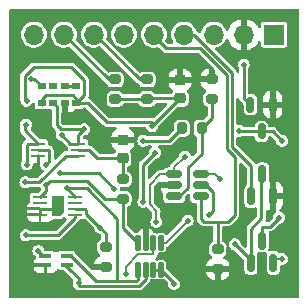
<source format=gtl>
G04 #@! TF.GenerationSoftware,KiCad,Pcbnew,7.0.7*
G04 #@! TF.CreationDate,2024-04-01T23:39:43-04:00*
G04 #@! TF.ProjectId,sensor_node,73656e73-6f72-45f6-9e6f-64652e6b6963,rev?*
G04 #@! TF.SameCoordinates,Original*
G04 #@! TF.FileFunction,Copper,L1,Top*
G04 #@! TF.FilePolarity,Positive*
%FSLAX46Y46*%
G04 Gerber Fmt 4.6, Leading zero omitted, Abs format (unit mm)*
G04 Created by KiCad (PCBNEW 7.0.7) date 2024-04-01 23:39:43*
%MOMM*%
%LPD*%
G01*
G04 APERTURE LIST*
G04 Aperture macros list*
%AMRoundRect*
0 Rectangle with rounded corners*
0 $1 Rounding radius*
0 $2 $3 $4 $5 $6 $7 $8 $9 X,Y pos of 4 corners*
0 Add a 4 corners polygon primitive as box body*
4,1,4,$2,$3,$4,$5,$6,$7,$8,$9,$2,$3,0*
0 Add four circle primitives for the rounded corners*
1,1,$1+$1,$2,$3*
1,1,$1+$1,$4,$5*
1,1,$1+$1,$6,$7*
1,1,$1+$1,$8,$9*
0 Add four rect primitives between the rounded corners*
20,1,$1+$1,$2,$3,$4,$5,0*
20,1,$1+$1,$4,$5,$6,$7,0*
20,1,$1+$1,$6,$7,$8,$9,0*
20,1,$1+$1,$8,$9,$2,$3,0*%
%AMFreePoly0*
4,1,6,0.500000,-0.850000,-0.500000,-0.850000,-0.500000,0.550000,-0.200000,0.850000,0.500000,0.850000,0.500000,-0.850000,0.500000,-0.850000,$1*%
G04 Aperture macros list end*
G04 #@! TA.AperFunction,SMDPad,CuDef*
%ADD10R,1.000000X0.300000*%
G04 #@! TD*
G04 #@! TA.AperFunction,SMDPad,CuDef*
%ADD11RoundRect,0.200000X-0.275000X0.200000X-0.275000X-0.200000X0.275000X-0.200000X0.275000X0.200000X0*%
G04 #@! TD*
G04 #@! TA.AperFunction,SMDPad,CuDef*
%ADD12RoundRect,0.200000X0.275000X-0.200000X0.275000X0.200000X-0.275000X0.200000X-0.275000X-0.200000X0*%
G04 #@! TD*
G04 #@! TA.AperFunction,SMDPad,CuDef*
%ADD13FreePoly0,180.000000*%
G04 #@! TD*
G04 #@! TA.AperFunction,SMDPad,CuDef*
%ADD14R,1.200000X0.250000*%
G04 #@! TD*
G04 #@! TA.AperFunction,SMDPad,CuDef*
%ADD15RoundRect,0.150000X0.150000X-0.587500X0.150000X0.587500X-0.150000X0.587500X-0.150000X-0.587500X0*%
G04 #@! TD*
G04 #@! TA.AperFunction,SMDPad,CuDef*
%ADD16RoundRect,0.125000X-0.125000X0.537500X-0.125000X-0.537500X0.125000X-0.537500X0.125000X0.537500X0*%
G04 #@! TD*
G04 #@! TA.AperFunction,SMDPad,CuDef*
%ADD17RoundRect,0.225000X0.250000X-0.225000X0.250000X0.225000X-0.250000X0.225000X-0.250000X-0.225000X0*%
G04 #@! TD*
G04 #@! TA.AperFunction,ComponentPad*
%ADD18R,1.700000X1.700000*%
G04 #@! TD*
G04 #@! TA.AperFunction,ComponentPad*
%ADD19O,1.700000X1.700000*%
G04 #@! TD*
G04 #@! TA.AperFunction,SMDPad,CuDef*
%ADD20RoundRect,0.200000X-0.200000X-0.275000X0.200000X-0.275000X0.200000X0.275000X-0.200000X0.275000X0*%
G04 #@! TD*
G04 #@! TA.AperFunction,SMDPad,CuDef*
%ADD21RoundRect,0.150000X-0.512500X-0.150000X0.512500X-0.150000X0.512500X0.150000X-0.512500X0.150000X0*%
G04 #@! TD*
G04 #@! TA.AperFunction,SMDPad,CuDef*
%ADD22RoundRect,0.150000X-0.150000X0.512500X-0.150000X-0.512500X0.150000X-0.512500X0.150000X0.512500X0*%
G04 #@! TD*
G04 #@! TA.AperFunction,SMDPad,CuDef*
%ADD23R,0.720000X0.600000*%
G04 #@! TD*
G04 #@! TA.AperFunction,ViaPad*
%ADD24C,0.500000*%
G04 #@! TD*
G04 #@! TA.AperFunction,Conductor*
%ADD25C,0.250000*%
G04 #@! TD*
G04 #@! TA.AperFunction,Conductor*
%ADD26C,0.200000*%
G04 #@! TD*
G04 APERTURE END LIST*
D10*
X93400000Y-88600000D03*
X93400000Y-87800000D03*
X95200000Y-87800000D03*
X95200000Y-88600000D03*
D11*
X99300000Y-72875000D03*
X99300000Y-74525000D03*
X102000000Y-72875000D03*
X102000000Y-74525000D03*
D12*
X98500000Y-88725000D03*
X98500000Y-87075000D03*
D13*
X94439369Y-83581999D03*
D14*
X92939369Y-84331999D03*
X92939369Y-83831999D03*
X92939369Y-83331999D03*
X92939369Y-82831999D03*
X95939369Y-82831999D03*
X95939369Y-83331999D03*
X95939369Y-83831999D03*
X95939369Y-84331999D03*
D15*
X110801869Y-82769498D03*
X112701869Y-82769498D03*
X111751869Y-80894498D03*
D16*
X103189371Y-88969499D03*
X102539371Y-88969499D03*
X101889371Y-88969499D03*
X101239371Y-88969499D03*
X101239371Y-86694499D03*
X101889371Y-86694499D03*
X102539371Y-86694499D03*
X103189371Y-86694499D03*
D14*
X92789370Y-78331999D03*
X92789370Y-78831999D03*
X92789370Y-79331999D03*
X96189370Y-79331999D03*
X96189370Y-78831999D03*
X96189370Y-78331999D03*
D17*
X104800000Y-72925000D03*
X104800000Y-74475000D03*
D12*
X108000000Y-88925000D03*
X108000000Y-87275000D03*
D18*
X112729369Y-69081998D03*
D19*
X110189369Y-69081998D03*
X107649369Y-69081998D03*
X105109369Y-69081998D03*
X102569369Y-69081998D03*
X100029369Y-69081998D03*
X97489369Y-69081998D03*
X94949369Y-69081998D03*
X92409369Y-69081998D03*
D20*
X104964367Y-77006996D03*
X106614367Y-77006996D03*
D12*
X99961867Y-82981999D03*
X99961867Y-81331999D03*
D21*
X104301869Y-80881998D03*
X104301869Y-81831998D03*
X104301869Y-82781998D03*
X106576869Y-82781998D03*
X106576869Y-81831998D03*
X106576869Y-80881998D03*
D11*
X107500000Y-72875000D03*
X107500000Y-74525000D03*
D22*
X112651867Y-75006999D03*
X110751867Y-75006999D03*
X111701867Y-77281999D03*
D15*
X110801868Y-88405375D03*
X112701868Y-88405375D03*
X111751868Y-86530375D03*
D23*
X93104367Y-73470896D03*
X94074367Y-73470896D03*
X95044367Y-73470896D03*
X96014367Y-73470896D03*
X96014367Y-74870896D03*
X95044367Y-74870896D03*
X94074367Y-74870896D03*
X93104367Y-74870896D03*
D17*
X99959364Y-79542000D03*
X99959364Y-77992000D03*
D24*
X96200000Y-90100000D03*
X91800000Y-74700000D03*
X91763870Y-76700000D03*
X104300000Y-90200000D03*
X92800000Y-87400000D03*
X99189368Y-82124292D03*
X94614371Y-80831999D03*
X91814370Y-80081999D03*
X102439371Y-76831999D03*
X93439369Y-81831997D03*
X110189369Y-71621998D03*
X91689370Y-81581999D03*
X91739369Y-86081998D03*
X92203867Y-72831999D03*
X96689371Y-77081998D03*
X94763869Y-77581999D03*
X95189369Y-82081999D03*
X109764370Y-77220486D03*
X113439369Y-78081999D03*
X113189370Y-84581999D03*
X105439369Y-84831998D03*
X109439370Y-86831999D03*
X107263869Y-84332000D03*
X102689369Y-79081998D03*
X101689370Y-83231999D03*
X98041379Y-85418491D03*
X93439369Y-80081999D03*
X108189370Y-81331999D03*
X100189370Y-89331999D03*
X113439369Y-88081998D03*
X105200000Y-79406499D03*
X102789370Y-84931999D03*
X101689370Y-78081999D03*
D25*
X102439371Y-76500000D02*
X102439371Y-76831999D01*
X96970895Y-74870895D02*
X98600000Y-76500000D01*
X96014365Y-74870895D02*
X96970895Y-74870895D01*
X98600000Y-76500000D02*
X102439371Y-76500000D01*
X97585684Y-69081998D02*
X101378686Y-72875000D01*
X97489369Y-69081998D02*
X97585684Y-69081998D01*
X101378686Y-72875000D02*
X102000000Y-72875000D01*
X96200000Y-90100000D02*
X96200000Y-90356999D01*
X96200000Y-89723222D02*
X96200000Y-90100000D01*
X96789369Y-83831999D02*
X95939370Y-83831999D01*
X96864369Y-83906999D02*
X96789369Y-83831999D01*
X96864369Y-84241481D02*
X96864369Y-83906999D01*
X98500000Y-85877112D02*
X98500000Y-87075000D01*
X98041379Y-85418491D02*
X98500000Y-85877112D01*
X98041379Y-85418491D02*
X96864369Y-84241481D01*
X95189369Y-82081999D02*
X95939369Y-82831999D01*
X93200000Y-87800000D02*
X93600000Y-87800000D01*
X92800000Y-87400000D02*
X93200000Y-87800000D01*
X93104368Y-74530894D02*
X93104367Y-75036995D01*
X95704368Y-74185895D02*
X93449367Y-74185896D01*
X96014368Y-74495895D02*
X95704368Y-74185895D01*
X96014369Y-74870895D02*
X96014368Y-74495895D01*
X96699368Y-74185896D02*
X96014369Y-74870895D01*
X95605471Y-71831997D02*
X96699368Y-72925896D01*
X92390696Y-71831997D02*
X95605471Y-71831997D01*
X91628867Y-72593826D02*
X92390696Y-71831997D01*
X91628867Y-74528867D02*
X91628867Y-72593826D01*
X91800000Y-74700000D02*
X91628867Y-74528867D01*
X93449367Y-74185896D02*
X93104368Y-74530894D01*
X96699368Y-72925896D02*
X96699368Y-74185896D01*
X91629366Y-76834504D02*
X91763870Y-76700000D01*
X91629366Y-77171995D02*
X91629366Y-76834504D01*
X93764367Y-81506999D02*
X93439369Y-81831997D01*
X99961867Y-82981999D02*
X98418395Y-82981999D01*
X98418395Y-82981999D02*
X96943395Y-81506999D01*
X96943395Y-81506999D02*
X93764367Y-81506999D01*
X99959364Y-81329496D02*
X99961867Y-81331999D01*
X99959364Y-79542000D02*
X99959364Y-81329496D01*
D26*
X102789369Y-84009816D02*
X102789370Y-84931999D01*
X102239370Y-83459817D02*
X102789369Y-84009816D01*
X102239369Y-81781999D02*
X102239370Y-83459817D01*
X103139369Y-80881998D02*
X102239369Y-81781999D01*
X104301868Y-80881999D02*
X103139369Y-80881998D01*
X105200000Y-79406499D02*
X104301868Y-80304631D01*
X104301868Y-80304631D02*
X104301868Y-80881999D01*
D25*
X109764370Y-77220486D02*
X109825883Y-77281999D01*
X109825883Y-77281999D02*
X111701867Y-77281999D01*
X98742371Y-72875000D02*
X99300000Y-72875000D01*
X94949369Y-69081998D02*
X98742371Y-72875000D01*
X102050000Y-74475000D02*
X104800000Y-74475000D01*
X102000000Y-74525000D02*
X102050000Y-74475000D01*
X99300000Y-74525000D02*
X102000000Y-74525000D01*
X104796370Y-74475000D02*
X102439371Y-76831999D01*
X104800000Y-74475000D02*
X104796370Y-74475000D01*
X107500000Y-76121363D02*
X106614367Y-77006996D01*
X107500000Y-74525000D02*
X107500000Y-76121363D01*
X106576868Y-84676868D02*
X106576868Y-82781999D01*
X106807000Y-84907000D02*
X106576868Y-84676868D01*
X108864369Y-84907000D02*
X106807000Y-84907000D01*
X109439370Y-84331999D02*
X108864369Y-84907000D01*
X109439368Y-79468394D02*
X109439370Y-84331999D01*
X108739870Y-78768897D02*
X109439368Y-79468394D01*
X108750000Y-72486396D02*
X108750000Y-76847300D01*
X106520603Y-70256999D02*
X108750000Y-72486396D01*
X108739870Y-76857430D02*
X108739870Y-78768897D01*
X103614370Y-70256999D02*
X106520603Y-70256999D01*
X102569369Y-69211998D02*
X103614370Y-70256999D01*
X108750000Y-76847300D02*
X108739870Y-76857430D01*
X102569370Y-69081999D02*
X102569369Y-69211998D01*
X109189870Y-78582501D02*
X110801868Y-80194499D01*
X109189870Y-77043826D02*
X109189870Y-78582501D01*
X109200000Y-77033696D02*
X109189870Y-77043826D01*
X109200000Y-72300000D02*
X109200000Y-77033696D01*
X110801868Y-80194499D02*
X110801868Y-82769499D01*
X105981999Y-69081999D02*
X109200000Y-72300000D01*
X105109370Y-69081999D02*
X105981999Y-69081999D01*
X102539371Y-88969499D02*
X103189371Y-88969499D01*
X104300000Y-90080128D02*
X103189371Y-88969499D01*
X104300000Y-90200000D02*
X104300000Y-90080128D01*
X96881999Y-82081999D02*
X95189369Y-82081999D01*
X99500000Y-84700000D02*
X96881999Y-82081999D01*
X99500000Y-89806998D02*
X99500000Y-84700000D01*
X101114371Y-89906998D02*
X101239369Y-89781998D01*
X95600000Y-87800000D02*
X97706998Y-89906998D01*
X97706998Y-89906998D02*
X101114371Y-89906998D01*
X95000000Y-87800000D02*
X95600000Y-87800000D01*
X101239369Y-89781998D02*
X101239370Y-88969499D01*
X94439369Y-86081998D02*
X91814366Y-86081998D01*
X95500000Y-89023222D02*
X96200000Y-89723222D01*
X108000000Y-85007000D02*
X108000000Y-87275000D01*
X93439369Y-82331999D02*
X92939369Y-82831999D01*
X93439369Y-81831997D02*
X93439369Y-82331999D01*
X95076778Y-88600000D02*
X95500000Y-89023222D01*
X95000000Y-88600000D02*
X95076778Y-88600000D01*
X96200000Y-90356999D02*
X101300765Y-90356998D01*
X101300765Y-90356998D02*
X101889369Y-89768396D01*
X101889369Y-89768396D02*
X101889369Y-88969499D01*
X99961867Y-79569503D02*
X99959363Y-79566999D01*
X99959363Y-79542000D02*
X97774371Y-79542000D01*
X97774371Y-79542000D02*
X97064370Y-78831999D01*
X97064370Y-78831999D02*
X96189369Y-78831999D01*
X92939369Y-84331997D02*
X92939370Y-83831997D01*
X94189368Y-83831995D02*
X94439369Y-83581999D01*
X92939370Y-83831997D02*
X94189368Y-83831995D01*
X99189368Y-82124292D02*
X97897075Y-80831999D01*
X97897075Y-80831999D02*
X94614371Y-80831999D01*
X99961867Y-85416996D02*
X101239369Y-86694499D01*
X91629366Y-77171995D02*
X92789369Y-78331998D01*
X91914370Y-78331999D02*
X92789369Y-78331998D01*
X91814370Y-78431999D02*
X91914370Y-78331999D01*
X99961867Y-82981998D02*
X99961867Y-85416996D01*
X91814370Y-80081999D02*
X91814370Y-78431999D01*
X110189369Y-74444499D02*
X110751870Y-75006998D01*
X110189369Y-71621998D02*
X110189369Y-74444499D01*
X95126196Y-79331999D02*
X96189370Y-79331999D01*
X91739369Y-86081998D02*
X91739370Y-86007001D01*
X91689370Y-81581999D02*
X92876198Y-81581998D01*
X92465472Y-72831998D02*
X93104367Y-73470895D01*
X93104367Y-73470895D02*
X93104367Y-73530893D01*
X92203867Y-72831999D02*
X92465472Y-72831998D01*
X95939369Y-84331997D02*
X95939370Y-84581999D01*
X92876198Y-81581998D02*
X95126196Y-79331999D01*
X95939370Y-84581999D02*
X94439369Y-86081998D01*
X96189369Y-77581998D02*
X96189369Y-78331998D01*
X94689369Y-77081998D02*
X94359366Y-76751997D01*
X94359366Y-76751997D02*
X94359367Y-75155895D01*
X94359367Y-75155895D02*
X94074367Y-74870895D01*
X94763869Y-77581999D02*
X95513869Y-78331998D01*
X95513869Y-78331998D02*
X96189369Y-78331998D01*
X96689371Y-77081998D02*
X96189369Y-77581998D01*
X96689371Y-77081998D02*
X94689369Y-77081998D01*
X112639369Y-77281999D02*
X113439369Y-78081999D01*
X111701867Y-77281999D02*
X112639369Y-77281999D01*
X111751869Y-86530376D02*
X111751869Y-85331997D01*
X112439369Y-85331999D02*
X111751869Y-85331997D01*
X113189370Y-84581999D02*
X112439369Y-85331999D01*
D26*
X103576871Y-86694499D02*
X105439369Y-84831998D01*
X103189369Y-86694498D02*
X103576871Y-86694499D01*
D25*
X110801868Y-85519518D02*
X110801868Y-88405375D01*
X107564369Y-82435249D02*
X106961119Y-81831999D01*
X111689370Y-84632017D02*
X110801868Y-85519518D01*
X101689370Y-83231999D02*
X101689368Y-80081999D01*
X111689370Y-80894500D02*
X111689370Y-84632017D01*
X110801868Y-88194496D02*
X109439370Y-86831999D01*
X106961119Y-81831999D02*
X106576869Y-81831998D01*
X107564369Y-84031499D02*
X107564369Y-82435249D01*
X101689368Y-80081999D02*
X102689369Y-79081998D01*
X107263869Y-84332000D02*
X107564369Y-84031499D01*
X110801868Y-88405375D02*
X110801868Y-88194496D01*
X93664371Y-78831999D02*
X93714369Y-78881998D01*
X92789369Y-78831999D02*
X93664371Y-78831999D01*
X93714369Y-78881998D02*
X93714369Y-79806998D01*
X93714369Y-79806998D02*
X93439369Y-80081999D01*
X104301869Y-82781998D02*
X104686120Y-82781998D01*
X104686120Y-82781998D02*
X105439369Y-82028749D01*
X106614367Y-79157000D02*
X106614367Y-77006996D01*
X105439369Y-80331998D02*
X106614367Y-79157000D01*
X104301869Y-82781998D02*
X103917618Y-82781998D01*
X105439369Y-82028749D02*
X105439369Y-80331998D01*
X96014366Y-73470895D02*
X95044368Y-73470895D01*
D26*
X113439369Y-88081998D02*
X113025246Y-88081998D01*
X113025246Y-88081998D02*
X112701869Y-88405375D01*
X107739370Y-80881999D02*
X108189370Y-81331999D01*
X102539369Y-87681999D02*
X101263328Y-87681999D01*
X102539370Y-86694499D02*
X102539369Y-87681999D01*
X106576872Y-80881999D02*
X106925769Y-80881999D01*
X101263328Y-87681999D02*
X100189370Y-88755957D01*
X106776869Y-81082000D02*
X106576868Y-80881999D01*
X106576868Y-80881999D02*
X107739370Y-80881999D01*
X106576868Y-80881999D02*
X106576869Y-80831999D01*
X100189370Y-88755957D02*
X100189370Y-89331999D01*
D25*
X103889366Y-78081999D02*
X104964367Y-77006998D01*
X101689370Y-78081999D02*
X103889366Y-78081999D01*
G04 #@! TA.AperFunction,Conductor*
G36*
X114842538Y-66919682D02*
G01*
X114888293Y-66972486D01*
X114899499Y-67023997D01*
X114899499Y-91275500D01*
X114879814Y-91342539D01*
X114827010Y-91388294D01*
X114775499Y-91399500D01*
X90424000Y-91399500D01*
X90356961Y-91379815D01*
X90311206Y-91327011D01*
X90300000Y-91275500D01*
X90300000Y-88750000D01*
X92400000Y-88750000D01*
X92400000Y-88797844D01*
X92406401Y-88857372D01*
X92406403Y-88857379D01*
X92456645Y-88992086D01*
X92456649Y-88992093D01*
X92542809Y-89107187D01*
X92542812Y-89107190D01*
X92657906Y-89193350D01*
X92657913Y-89193354D01*
X92792620Y-89243596D01*
X92792627Y-89243598D01*
X92852155Y-89249999D01*
X92852172Y-89250000D01*
X93250000Y-89250000D01*
X93250000Y-88750000D01*
X92400000Y-88750000D01*
X90300000Y-88750000D01*
X90300000Y-84456999D01*
X91839369Y-84456999D01*
X91839369Y-84504843D01*
X91845770Y-84564371D01*
X91845772Y-84564378D01*
X91896014Y-84699085D01*
X91896018Y-84699092D01*
X91982178Y-84814186D01*
X91982181Y-84814189D01*
X92097275Y-84900349D01*
X92097282Y-84900353D01*
X92231989Y-84950595D01*
X92231996Y-84950597D01*
X92291524Y-84956998D01*
X92291541Y-84956999D01*
X92814369Y-84956999D01*
X92814369Y-84456999D01*
X91839369Y-84456999D01*
X90300000Y-84456999D01*
X90300000Y-81581998D01*
X91183722Y-81581998D01*
X91204204Y-81724455D01*
X91260825Y-81848436D01*
X91263993Y-81855372D01*
X91358242Y-81964142D01*
X91479317Y-82041952D01*
X91479320Y-82041953D01*
X91479319Y-82041953D01*
X91577538Y-82070792D01*
X91615706Y-82081999D01*
X91617406Y-82082498D01*
X91617408Y-82082499D01*
X91617409Y-82082499D01*
X91761332Y-82082499D01*
X91761332Y-82082498D01*
X91899423Y-82041952D01*
X92000207Y-81977181D01*
X92067246Y-81957498D01*
X92824395Y-81957498D01*
X92849840Y-81960137D01*
X92860466Y-81962365D01*
X92860471Y-81962364D01*
X92870737Y-81962790D01*
X92870604Y-81965992D01*
X92922553Y-81974452D01*
X92974495Y-82021182D01*
X92981743Y-82034756D01*
X93016151Y-82110099D01*
X93026095Y-82179257D01*
X92997070Y-82242813D01*
X92991038Y-82249291D01*
X92820150Y-82420180D01*
X92758827Y-82453665D01*
X92732469Y-82456499D01*
X92314692Y-82456499D01*
X92241633Y-82471031D01*
X92241629Y-82471032D01*
X92158768Y-82526398D01*
X92103402Y-82609259D01*
X92103401Y-82609263D01*
X92088869Y-82682320D01*
X92088869Y-82981677D01*
X92104012Y-83057807D01*
X92104013Y-83106188D01*
X92088868Y-83182325D01*
X92088869Y-83207872D01*
X92069184Y-83274911D01*
X92039181Y-83307138D01*
X91982183Y-83349806D01*
X91982177Y-83349813D01*
X91896018Y-83464905D01*
X91896014Y-83464912D01*
X91845772Y-83599619D01*
X91845770Y-83599626D01*
X91839369Y-83659154D01*
X91839369Y-83706999D01*
X92306571Y-83706999D01*
X92312651Y-83707298D01*
X92314693Y-83707499D01*
X92940369Y-83707499D01*
X93007408Y-83727184D01*
X93053163Y-83779988D01*
X93064369Y-83831499D01*
X93064369Y-83832999D01*
X93044684Y-83900038D01*
X92991880Y-83945793D01*
X92940369Y-83956999D01*
X91839369Y-83956999D01*
X91839369Y-84004826D01*
X91839370Y-84004845D01*
X91846240Y-84068744D01*
X91846240Y-84095254D01*
X91839370Y-84159152D01*
X91839369Y-84159171D01*
X91839369Y-84206999D01*
X92940369Y-84206999D01*
X93007408Y-84226684D01*
X93053163Y-84279488D01*
X93064369Y-84330999D01*
X93064369Y-84956999D01*
X93587197Y-84956999D01*
X93587213Y-84956998D01*
X93646741Y-84950597D01*
X93646748Y-84950595D01*
X93781455Y-84900353D01*
X93781462Y-84900349D01*
X93896556Y-84814189D01*
X93954652Y-84736585D01*
X94010586Y-84694715D01*
X94053918Y-84686897D01*
X94639371Y-84686897D01*
X94639373Y-84686896D01*
X94736909Y-84667495D01*
X94736912Y-84667494D01*
X94819611Y-84612237D01*
X94819612Y-84612236D01*
X94905921Y-84525926D01*
X94967244Y-84492440D01*
X95036935Y-84497424D01*
X95092869Y-84539294D01*
X95096705Y-84544716D01*
X95158767Y-84637599D01*
X95167404Y-84646236D01*
X95164374Y-84649265D01*
X95194177Y-84684872D01*
X95202937Y-84754190D01*
X95172830Y-84817241D01*
X95168200Y-84822129D01*
X94320151Y-85670179D01*
X94258828Y-85703664D01*
X94232470Y-85706498D01*
X92117243Y-85706498D01*
X92050204Y-85686813D01*
X92050203Y-85686813D01*
X92017730Y-85665944D01*
X91949422Y-85622045D01*
X91949421Y-85622044D01*
X91949420Y-85622044D01*
X91949419Y-85622043D01*
X91811332Y-85581498D01*
X91811330Y-85581498D01*
X91667408Y-85581498D01*
X91667405Y-85581498D01*
X91529318Y-85622043D01*
X91408242Y-85699854D01*
X91408241Y-85699854D01*
X91408241Y-85699855D01*
X91401205Y-85707975D01*
X91313992Y-85808624D01*
X91313991Y-85808626D01*
X91254203Y-85939541D01*
X91233722Y-86081998D01*
X91254203Y-86224454D01*
X91303090Y-86331499D01*
X91313992Y-86355371D01*
X91408241Y-86464141D01*
X91529316Y-86541951D01*
X91529319Y-86541952D01*
X91529318Y-86541952D01*
X91667405Y-86582497D01*
X91667407Y-86582498D01*
X91667408Y-86582498D01*
X91811331Y-86582498D01*
X91811331Y-86582497D01*
X91949422Y-86541951D01*
X92050203Y-86477182D01*
X92117243Y-86457498D01*
X94387565Y-86457498D01*
X94413010Y-86460137D01*
X94416809Y-86460933D01*
X94423637Y-86462365D01*
X94444594Y-86459752D01*
X94458861Y-86457975D01*
X94466537Y-86457498D01*
X94470481Y-86457498D01*
X94470483Y-86457498D01*
X94470485Y-86457497D01*
X94470491Y-86457497D01*
X94485856Y-86454932D01*
X94493509Y-86453655D01*
X94547995Y-86446864D01*
X94547996Y-86446863D01*
X94547998Y-86446863D01*
X94555510Y-86444626D01*
X94562975Y-86442064D01*
X94562975Y-86442063D01*
X94562979Y-86442063D01*
X94611246Y-86415942D01*
X94660580Y-86391824D01*
X94660582Y-86391821D01*
X94666963Y-86387266D01*
X94673188Y-86382420D01*
X94673195Y-86382417D01*
X94710376Y-86342027D01*
X96168260Y-84884144D01*
X96188116Y-84868020D01*
X96197207Y-84862082D01*
X96219009Y-84834069D01*
X96224104Y-84828301D01*
X96226889Y-84825517D01*
X96234505Y-84814850D01*
X96240454Y-84806518D01*
X96280291Y-84755336D01*
X96337002Y-84714523D01*
X96378144Y-84707499D01*
X96564045Y-84707499D01*
X96564046Y-84707498D01*
X96637109Y-84692965D01*
X96641039Y-84690338D01*
X96707717Y-84669461D01*
X96775097Y-84687945D01*
X96797611Y-84705760D01*
X97510811Y-85418960D01*
X97544296Y-85480283D01*
X97545868Y-85488993D01*
X97556213Y-85560945D01*
X97556214Y-85560949D01*
X97613695Y-85686813D01*
X97616002Y-85691864D01*
X97710251Y-85800634D01*
X97831326Y-85878444D01*
X97831329Y-85878445D01*
X97831328Y-85878445D01*
X97969416Y-85918991D01*
X97976943Y-85920073D01*
X98040499Y-85949095D01*
X98046981Y-85955130D01*
X98088181Y-85996330D01*
X98121666Y-86057653D01*
X98124500Y-86084011D01*
X98124500Y-86344900D01*
X98104815Y-86411939D01*
X98052011Y-86457694D01*
X98041456Y-86461941D01*
X98012118Y-86472207D01*
X97902850Y-86552850D01*
X97822207Y-86662117D01*
X97822206Y-86662119D01*
X97777353Y-86790298D01*
X97777353Y-86790300D01*
X97774500Y-86820730D01*
X97774500Y-87329269D01*
X97777353Y-87359699D01*
X97777353Y-87359701D01*
X97820597Y-87483281D01*
X97822207Y-87487882D01*
X97902850Y-87597150D01*
X97964184Y-87642416D01*
X97987004Y-87659258D01*
X98029254Y-87714905D01*
X98034713Y-87784562D01*
X98001645Y-87846111D01*
X97950263Y-87877412D01*
X97935605Y-87881979D01*
X97935604Y-87881980D01*
X97790122Y-87969927D01*
X97669927Y-88090122D01*
X97581980Y-88235604D01*
X97531409Y-88397893D01*
X97525000Y-88468427D01*
X97525000Y-88475000D01*
X98626000Y-88475000D01*
X98693039Y-88494685D01*
X98738794Y-88547489D01*
X98750000Y-88599000D01*
X98750000Y-88851000D01*
X98730315Y-88918039D01*
X98677511Y-88963794D01*
X98626000Y-88975000D01*
X97525000Y-88975000D01*
X97503199Y-88996801D01*
X97441876Y-89030285D01*
X97372184Y-89025300D01*
X97327838Y-88996800D01*
X95975641Y-87644603D01*
X95942156Y-87583280D01*
X95941717Y-87581174D01*
X95935966Y-87552260D01*
X95880601Y-87469399D01*
X95802742Y-87417376D01*
X95797739Y-87414033D01*
X95797735Y-87414032D01*
X95724677Y-87399500D01*
X95724674Y-87399500D01*
X94675326Y-87399500D01*
X94675324Y-87399500D01*
X94602259Y-87414033D01*
X94579706Y-87429103D01*
X94513028Y-87449980D01*
X94510817Y-87450000D01*
X94089183Y-87450000D01*
X94022144Y-87430315D01*
X94020294Y-87429103D01*
X93997740Y-87414033D01*
X93924676Y-87399500D01*
X93924674Y-87399500D01*
X93413022Y-87399500D01*
X93345983Y-87379815D01*
X93300228Y-87327011D01*
X93290284Y-87293147D01*
X93285165Y-87257543D01*
X93237810Y-87153851D01*
X93225377Y-87126627D01*
X93131128Y-87017857D01*
X93010053Y-86940047D01*
X93010051Y-86940046D01*
X93010049Y-86940045D01*
X93010050Y-86940045D01*
X92871963Y-86899500D01*
X92871961Y-86899500D01*
X92728039Y-86899500D01*
X92728036Y-86899500D01*
X92589949Y-86940045D01*
X92468873Y-87017856D01*
X92374623Y-87126626D01*
X92374622Y-87126628D01*
X92314834Y-87257543D01*
X92294425Y-87399500D01*
X92294353Y-87400000D01*
X92296371Y-87414033D01*
X92314834Y-87542456D01*
X92345651Y-87609934D01*
X92374623Y-87673373D01*
X92468872Y-87782143D01*
X92581713Y-87854661D01*
X92627468Y-87907465D01*
X92637412Y-87976624D01*
X92608387Y-88040180D01*
X92588986Y-88058243D01*
X92542814Y-88092807D01*
X92542808Y-88092814D01*
X92456649Y-88207906D01*
X92456645Y-88207913D01*
X92406403Y-88342620D01*
X92406401Y-88342627D01*
X92400000Y-88402155D01*
X92400000Y-88450000D01*
X93426000Y-88450000D01*
X93493039Y-88469685D01*
X93538794Y-88522489D01*
X93550000Y-88574000D01*
X93550000Y-89250000D01*
X93947828Y-89250000D01*
X93947844Y-89249999D01*
X94007372Y-89243598D01*
X94007379Y-89243596D01*
X94142086Y-89193354D01*
X94142093Y-89193350D01*
X94257186Y-89107190D01*
X94337663Y-88999689D01*
X94393597Y-88957818D01*
X94436930Y-88950000D01*
X94510817Y-88950000D01*
X94577856Y-88969685D01*
X94579706Y-88970897D01*
X94602259Y-88985966D01*
X94675323Y-89000500D01*
X94675326Y-89000500D01*
X94894879Y-89000500D01*
X94961918Y-89020185D01*
X94982560Y-89036819D01*
X95713037Y-89767296D01*
X95746522Y-89828619D01*
X95741538Y-89898311D01*
X95738151Y-89906487D01*
X95714834Y-89957543D01*
X95694353Y-90100000D01*
X95714834Y-90242456D01*
X95774622Y-90373371D01*
X95774625Y-90373377D01*
X95810497Y-90414775D01*
X95839092Y-90475563D01*
X95839933Y-90480607D01*
X95840122Y-90480955D01*
X95851272Y-90509527D01*
X95851371Y-90509918D01*
X95851373Y-90509924D01*
X95875743Y-90547225D01*
X95878367Y-90551627D01*
X95899579Y-90590823D01*
X95899869Y-90591090D01*
X95919697Y-90614500D01*
X95919914Y-90614832D01*
X95919918Y-90614837D01*
X95955081Y-90642205D01*
X95958991Y-90645516D01*
X95991781Y-90675702D01*
X95992144Y-90675861D01*
X96018499Y-90691565D01*
X96018811Y-90691808D01*
X96060966Y-90706279D01*
X96065727Y-90708136D01*
X96106546Y-90726042D01*
X96106941Y-90726074D01*
X96136964Y-90732370D01*
X96137340Y-90732499D01*
X96181904Y-90732498D01*
X96187023Y-90732709D01*
X96231437Y-90736391D01*
X96231819Y-90736294D01*
X96262266Y-90732498D01*
X101248962Y-90732498D01*
X101274407Y-90735137D01*
X101285033Y-90737365D01*
X101303156Y-90735105D01*
X101320257Y-90732975D01*
X101327933Y-90732498D01*
X101331874Y-90732498D01*
X101331879Y-90732498D01*
X101349140Y-90729617D01*
X101354908Y-90728655D01*
X101368527Y-90726957D01*
X101409390Y-90721864D01*
X101409394Y-90721861D01*
X101416928Y-90719618D01*
X101424371Y-90717063D01*
X101424375Y-90717063D01*
X101472646Y-90690939D01*
X101521976Y-90666824D01*
X101521977Y-90666822D01*
X101528354Y-90662270D01*
X101534587Y-90657418D01*
X101534591Y-90657417D01*
X101571771Y-90617028D01*
X102118258Y-90070542D01*
X102138114Y-90054418D01*
X102147205Y-90048480D01*
X102169007Y-90020467D01*
X102174102Y-90014699D01*
X102176888Y-90011914D01*
X102190453Y-89992913D01*
X102224178Y-89949585D01*
X102224180Y-89949577D01*
X102227914Y-89942678D01*
X102231374Y-89935600D01*
X102231378Y-89935596D01*
X102242478Y-89898311D01*
X102247037Y-89883000D01*
X102253153Y-89865184D01*
X102293537Y-89808168D01*
X102358336Y-89782036D01*
X102382589Y-89782041D01*
X102387227Y-89782496D01*
X102387238Y-89782499D01*
X102691503Y-89782498D01*
X102771866Y-89766514D01*
X102795481Y-89750734D01*
X102862154Y-89729857D01*
X102929535Y-89748340D01*
X102933254Y-89750730D01*
X102956876Y-89766514D01*
X102956878Y-89766514D01*
X102956880Y-89766515D01*
X102973481Y-89769817D01*
X103037238Y-89782499D01*
X103341503Y-89782498D01*
X103384790Y-89773888D01*
X103454381Y-89780117D01*
X103496660Y-89807825D01*
X103762339Y-90073504D01*
X103795824Y-90134827D01*
X103797396Y-90178829D01*
X103794353Y-90199997D01*
X103794353Y-90199999D01*
X103814834Y-90342456D01*
X103847862Y-90414775D01*
X103874623Y-90473373D01*
X103968872Y-90582143D01*
X104089947Y-90659953D01*
X104089950Y-90659954D01*
X104089949Y-90659954D01*
X104228036Y-90700499D01*
X104228038Y-90700500D01*
X104228039Y-90700500D01*
X104371962Y-90700500D01*
X104371962Y-90700499D01*
X104510053Y-90659953D01*
X104631128Y-90582143D01*
X104725377Y-90473373D01*
X104785165Y-90342457D01*
X104805647Y-90200000D01*
X104785165Y-90057543D01*
X104725377Y-89926627D01*
X104631128Y-89817857D01*
X104510053Y-89740047D01*
X104510052Y-89740046D01*
X104510048Y-89740044D01*
X104501984Y-89736361D01*
X104502737Y-89734711D01*
X104460638Y-89709728D01*
X103925911Y-89175000D01*
X107025001Y-89175000D01*
X107025001Y-89181582D01*
X107031408Y-89252102D01*
X107031409Y-89252107D01*
X107081981Y-89414396D01*
X107169927Y-89559877D01*
X107290122Y-89680072D01*
X107435604Y-89768019D01*
X107435603Y-89768019D01*
X107597894Y-89818590D01*
X107597892Y-89818590D01*
X107668418Y-89824999D01*
X107749999Y-89824998D01*
X107750000Y-89824998D01*
X107750000Y-89175000D01*
X108250000Y-89175000D01*
X108250000Y-89824999D01*
X108331581Y-89824999D01*
X108402102Y-89818591D01*
X108402107Y-89818590D01*
X108564396Y-89768018D01*
X108709877Y-89680072D01*
X108830072Y-89559877D01*
X108918019Y-89414395D01*
X108968590Y-89252106D01*
X108975000Y-89181572D01*
X108975000Y-89175000D01*
X108250000Y-89175000D01*
X107750000Y-89175000D01*
X107025001Y-89175000D01*
X103925911Y-89175000D01*
X103626189Y-88875278D01*
X103592704Y-88813955D01*
X103589870Y-88787597D01*
X103589870Y-88404869D01*
X103589870Y-88404867D01*
X103573886Y-88324504D01*
X103553680Y-88294265D01*
X103512995Y-88233374D01*
X103445482Y-88188264D01*
X103421866Y-88172484D01*
X103421864Y-88172483D01*
X103421861Y-88172482D01*
X103341506Y-88156499D01*
X103037241Y-88156499D01*
X102956875Y-88172484D01*
X102956874Y-88172485D01*
X102933258Y-88188264D01*
X102866580Y-88209140D01*
X102799200Y-88190654D01*
X102795482Y-88188264D01*
X102771866Y-88172484D01*
X102771864Y-88172483D01*
X102761818Y-88165771D01*
X102717012Y-88112159D01*
X102708305Y-88042834D01*
X102738459Y-87979806D01*
X102754545Y-87964815D01*
X102757620Y-87962420D01*
X102757627Y-87962417D01*
X102757631Y-87962411D01*
X102759223Y-87961173D01*
X102778557Y-87944798D01*
X102780029Y-87943441D01*
X102780038Y-87943436D01*
X102805485Y-87910739D01*
X102808791Y-87906837D01*
X102809871Y-87905664D01*
X102836853Y-87876355D01*
X102836855Y-87876348D01*
X102837932Y-87874702D01*
X102850933Y-87852884D01*
X102851882Y-87851129D01*
X102851886Y-87851125D01*
X102865337Y-87811944D01*
X102867201Y-87807166D01*
X102871596Y-87797149D01*
X102883842Y-87769231D01*
X102883842Y-87769229D01*
X102884336Y-87767278D01*
X102889535Y-87742481D01*
X102889869Y-87740486D01*
X102889869Y-87699059D01*
X102890081Y-87693938D01*
X102893501Y-87652651D01*
X102892653Y-87642416D01*
X102896054Y-87642134D01*
X102897990Y-87590272D01*
X102937930Y-87532943D01*
X103002524Y-87506309D01*
X103031104Y-87507610D01*
X103031174Y-87506902D01*
X103037230Y-87507497D01*
X103037238Y-87507499D01*
X103341503Y-87507498D01*
X103421866Y-87491514D01*
X103512995Y-87430623D01*
X103573886Y-87339494D01*
X103589871Y-87259132D01*
X103589870Y-87153849D01*
X103609554Y-87086811D01*
X103662358Y-87041056D01*
X103678485Y-87035006D01*
X103685175Y-87033014D01*
X103685277Y-87032979D01*
X103685381Y-87032947D01*
X103692243Y-87030592D01*
X103692251Y-87030591D01*
X103737313Y-87006204D01*
X103783355Y-86983697D01*
X103783359Y-86983692D01*
X103789342Y-86979421D01*
X103795126Y-86974919D01*
X103795125Y-86974919D01*
X103795128Y-86974918D01*
X103829828Y-86937223D01*
X105398232Y-85368816D01*
X105459555Y-85335332D01*
X105485913Y-85332498D01*
X105511331Y-85332498D01*
X105511331Y-85332497D01*
X105649422Y-85291951D01*
X105770497Y-85214141D01*
X105864746Y-85105371D01*
X105924534Y-84974455D01*
X105945016Y-84831998D01*
X105924534Y-84689541D01*
X105864746Y-84558625D01*
X105770497Y-84449855D01*
X105649422Y-84372045D01*
X105649420Y-84372044D01*
X105649418Y-84372043D01*
X105649419Y-84372043D01*
X105511332Y-84331498D01*
X105511330Y-84331498D01*
X105367408Y-84331498D01*
X105367405Y-84331498D01*
X105229318Y-84372043D01*
X105108242Y-84449854D01*
X105013992Y-84558624D01*
X105013991Y-84558626D01*
X104954203Y-84689541D01*
X104937921Y-84802786D01*
X104908895Y-84866341D01*
X104902864Y-84872819D01*
X103741727Y-86033960D01*
X103680404Y-86067445D01*
X103610713Y-86062461D01*
X103554779Y-86020590D01*
X103550958Y-86015191D01*
X103512995Y-85958375D01*
X103421866Y-85897484D01*
X103421864Y-85897483D01*
X103421861Y-85897482D01*
X103341506Y-85881499D01*
X103037241Y-85881499D01*
X102956875Y-85897484D01*
X102956873Y-85897485D01*
X102933260Y-85913263D01*
X102866582Y-85934140D01*
X102799203Y-85915654D01*
X102795482Y-85913263D01*
X102771867Y-85897484D01*
X102771861Y-85897482D01*
X102691508Y-85881499D01*
X102648286Y-85881499D01*
X102581247Y-85861814D01*
X102541553Y-85820619D01*
X102512143Y-85770888D01*
X102512138Y-85770882D01*
X102400487Y-85659231D01*
X102400479Y-85659225D01*
X102264559Y-85578843D01*
X102264556Y-85578841D01*
X102139371Y-85542471D01*
X102139370Y-85542472D01*
X102139370Y-86121736D01*
X102139073Y-86127804D01*
X102138871Y-86129856D01*
X102138871Y-86129864D01*
X102138871Y-86129866D01*
X102138871Y-86689543D01*
X102138872Y-86820499D01*
X102119188Y-86887538D01*
X102066384Y-86933293D01*
X102014872Y-86944499D01*
X101763871Y-86944499D01*
X101696832Y-86924814D01*
X101651077Y-86872010D01*
X101639871Y-86820499D01*
X101639870Y-86129864D01*
X101639670Y-86127833D01*
X101639371Y-86121753D01*
X101639371Y-85542471D01*
X101514183Y-85578842D01*
X101514182Y-85578843D01*
X101378262Y-85659225D01*
X101378254Y-85659231D01*
X101266602Y-85770883D01*
X101237185Y-85820623D01*
X101186114Y-85868305D01*
X101130457Y-85881499D01*
X101087240Y-85881499D01*
X101043950Y-85890110D01*
X100974358Y-85883881D01*
X100932080Y-85856173D01*
X100657405Y-85581498D01*
X100373686Y-85297778D01*
X100340201Y-85236455D01*
X100337367Y-85210097D01*
X100337367Y-83712098D01*
X100357052Y-83645059D01*
X100409856Y-83599304D01*
X100420392Y-83595064D01*
X100449749Y-83584792D01*
X100559017Y-83504149D01*
X100639660Y-83394881D01*
X100667740Y-83314634D01*
X100684513Y-83266700D01*
X100684513Y-83266698D01*
X100687367Y-83236268D01*
X100687367Y-83231998D01*
X101183723Y-83231998D01*
X101204204Y-83374455D01*
X101263434Y-83504148D01*
X101263993Y-83505372D01*
X101358242Y-83614142D01*
X101479317Y-83691952D01*
X101479320Y-83691953D01*
X101479319Y-83691953D01*
X101617406Y-83732498D01*
X101617408Y-83732499D01*
X101617409Y-83732499D01*
X101761332Y-83732499D01*
X101761332Y-83732498D01*
X101828509Y-83712774D01*
X101887890Y-83695339D01*
X101957759Y-83695339D01*
X102010505Y-83726635D01*
X102402550Y-84118679D01*
X102436035Y-84180002D01*
X102438869Y-84206360D01*
X102438869Y-84525963D01*
X102419184Y-84593002D01*
X102408583Y-84607164D01*
X102363995Y-84658621D01*
X102363992Y-84658627D01*
X102304204Y-84789542D01*
X102283723Y-84931999D01*
X102304204Y-85074455D01*
X102359037Y-85194520D01*
X102363993Y-85205372D01*
X102458242Y-85314142D01*
X102579317Y-85391952D01*
X102579320Y-85391953D01*
X102579319Y-85391953D01*
X102717406Y-85432498D01*
X102717408Y-85432499D01*
X102717409Y-85432499D01*
X102861332Y-85432499D01*
X102861332Y-85432498D01*
X102999423Y-85391952D01*
X103120498Y-85314142D01*
X103214747Y-85205372D01*
X103274535Y-85074456D01*
X103295017Y-84931999D01*
X103274535Y-84789542D01*
X103214747Y-84658626D01*
X103214745Y-84658624D01*
X103214744Y-84658621D01*
X103170156Y-84607164D01*
X103141131Y-84543609D01*
X103139869Y-84525962D01*
X103139869Y-84059027D01*
X103142508Y-84033580D01*
X103144412Y-84024501D01*
X103141962Y-84004845D01*
X103140346Y-83991877D01*
X103139869Y-83984201D01*
X103139869Y-83980776D01*
X103136281Y-83959274D01*
X103134600Y-83945793D01*
X103129942Y-83908423D01*
X103129940Y-83908419D01*
X103127871Y-83901469D01*
X103127839Y-83901375D01*
X103127813Y-83901288D01*
X103125460Y-83894433D01*
X103101073Y-83849371D01*
X103078568Y-83803334D01*
X103074288Y-83797340D01*
X103069788Y-83791559D01*
X103069428Y-83791228D01*
X103062001Y-83784390D01*
X103032093Y-83756857D01*
X102626188Y-83350952D01*
X102592703Y-83289629D01*
X102589869Y-83263271D01*
X102589869Y-82625801D01*
X102589869Y-81978537D01*
X102609553Y-81911502D01*
X102626178Y-81890870D01*
X102951437Y-81565611D01*
X103012757Y-81532128D01*
X103082449Y-81537112D01*
X103130170Y-81569122D01*
X103142073Y-81581998D01*
X104427869Y-81581998D01*
X104494908Y-81601683D01*
X104540663Y-81654487D01*
X104551869Y-81705998D01*
X104551869Y-81957998D01*
X104532184Y-82025037D01*
X104479380Y-82070792D01*
X104427869Y-82081998D01*
X103142074Y-82081998D01*
X103142073Y-82081999D01*
X103142268Y-82084484D01*
X103188087Y-82242196D01*
X103271683Y-82383550D01*
X103271690Y-82383559D01*
X103357829Y-82469698D01*
X103391314Y-82531021D01*
X103392622Y-82576771D01*
X103388869Y-82600473D01*
X103388869Y-82963515D01*
X103391746Y-82981677D01*
X103403723Y-83057302D01*
X103461319Y-83170340D01*
X103461321Y-83170342D01*
X103461323Y-83170345D01*
X103551021Y-83260043D01*
X103551023Y-83260044D01*
X103551027Y-83260048D01*
X103643446Y-83307138D01*
X103664067Y-83317645D01*
X103757844Y-83332497D01*
X103757850Y-83332498D01*
X104845887Y-83332497D01*
X104939673Y-83317644D01*
X105052711Y-83260048D01*
X105142419Y-83170340D01*
X105200015Y-83057302D01*
X105200015Y-83057300D01*
X105200016Y-83057299D01*
X105214868Y-82963522D01*
X105214869Y-82963517D01*
X105214868Y-82835647D01*
X105234552Y-82768608D01*
X105251182Y-82747971D01*
X105452189Y-82546965D01*
X105513511Y-82513481D01*
X105583203Y-82518465D01*
X105639136Y-82560337D01*
X105663553Y-82625801D01*
X105663869Y-82634647D01*
X105663869Y-82963515D01*
X105666746Y-82981677D01*
X105678723Y-83057302D01*
X105736319Y-83170340D01*
X105736321Y-83170342D01*
X105736323Y-83170345D01*
X105826021Y-83260043D01*
X105826023Y-83260044D01*
X105826027Y-83260048D01*
X105918446Y-83307138D01*
X105939067Y-83317645D01*
X106032844Y-83332497D01*
X106032850Y-83332498D01*
X106077367Y-83332497D01*
X106144405Y-83352180D01*
X106190161Y-83404983D01*
X106201368Y-83456497D01*
X106201368Y-84625064D01*
X106198730Y-84650502D01*
X106196501Y-84661136D01*
X106196501Y-84661137D01*
X106196501Y-84661139D01*
X106200891Y-84696359D01*
X106201368Y-84704035D01*
X106201368Y-84707984D01*
X106205210Y-84731009D01*
X106212002Y-84785495D01*
X106214241Y-84793015D01*
X106216802Y-84800476D01*
X106216803Y-84800478D01*
X106228520Y-84822129D01*
X106242923Y-84848745D01*
X106267042Y-84898079D01*
X106271610Y-84904477D01*
X106276449Y-84910694D01*
X106316837Y-84947874D01*
X106474331Y-85105369D01*
X106504850Y-85135888D01*
X106520975Y-85155744D01*
X106526913Y-85164832D01*
X106526916Y-85164836D01*
X106554925Y-85186636D01*
X106560687Y-85191725D01*
X106563482Y-85194520D01*
X106582495Y-85208094D01*
X106625811Y-85241809D01*
X106625818Y-85241811D01*
X106632720Y-85245547D01*
X106639796Y-85249006D01*
X106639801Y-85249010D01*
X106681617Y-85261459D01*
X106692403Y-85264670D01*
X106744338Y-85282500D01*
X106752072Y-85283790D01*
X106759910Y-85284767D01*
X106759912Y-85284768D01*
X106759913Y-85284767D01*
X106759914Y-85284768D01*
X106814756Y-85282500D01*
X107500500Y-85282500D01*
X107567539Y-85302185D01*
X107613294Y-85354989D01*
X107624500Y-85406500D01*
X107624500Y-86544900D01*
X107604815Y-86611939D01*
X107552011Y-86657694D01*
X107541456Y-86661941D01*
X107512118Y-86672207D01*
X107402850Y-86752850D01*
X107322207Y-86862117D01*
X107322206Y-86862119D01*
X107277353Y-86990298D01*
X107277353Y-86990300D01*
X107274500Y-87020730D01*
X107274500Y-87529269D01*
X107277353Y-87559699D01*
X107277353Y-87559701D01*
X107318959Y-87678601D01*
X107322207Y-87687882D01*
X107402850Y-87797150D01*
X107487004Y-87859258D01*
X107529254Y-87914905D01*
X107534713Y-87984562D01*
X107501645Y-88046111D01*
X107450263Y-88077412D01*
X107435605Y-88081979D01*
X107435604Y-88081980D01*
X107290122Y-88169927D01*
X107169927Y-88290122D01*
X107081980Y-88435604D01*
X107031409Y-88597893D01*
X107025000Y-88668427D01*
X107025000Y-88675000D01*
X108974999Y-88675000D01*
X108974999Y-88668417D01*
X108968591Y-88597897D01*
X108968590Y-88597892D01*
X108918018Y-88435603D01*
X108830072Y-88290122D01*
X108709877Y-88169927D01*
X108564397Y-88081981D01*
X108549737Y-88077413D01*
X108491590Y-88038674D01*
X108463617Y-87974649D01*
X108474699Y-87905664D01*
X108512993Y-87859259D01*
X108597150Y-87797150D01*
X108677793Y-87687882D01*
X108705068Y-87609934D01*
X108722646Y-87559701D01*
X108722646Y-87559699D01*
X108725500Y-87529269D01*
X108725500Y-87043680D01*
X108744357Y-86979460D01*
X108702503Y-86931156D01*
X108698257Y-86920601D01*
X108677793Y-86862119D01*
X108677792Y-86862117D01*
X108677706Y-86862000D01*
X108597150Y-86752850D01*
X108487882Y-86672207D01*
X108458543Y-86661940D01*
X108401769Y-86621219D01*
X108376022Y-86556266D01*
X108375500Y-86544900D01*
X108375500Y-85406500D01*
X108395185Y-85339461D01*
X108447989Y-85293706D01*
X108499500Y-85282500D01*
X108812565Y-85282500D01*
X108838010Y-85285139D01*
X108841809Y-85285935D01*
X108848637Y-85287367D01*
X108869594Y-85284754D01*
X108883861Y-85282977D01*
X108891537Y-85282500D01*
X108895481Y-85282500D01*
X108895483Y-85282500D01*
X108895485Y-85282499D01*
X108895491Y-85282499D01*
X108910856Y-85279934D01*
X108918509Y-85278657D01*
X108972995Y-85271866D01*
X108972996Y-85271865D01*
X108972998Y-85271865D01*
X108980510Y-85269628D01*
X108987975Y-85267066D01*
X108987975Y-85267065D01*
X108987979Y-85267065D01*
X109036246Y-85240944D01*
X109085580Y-85216826D01*
X109085582Y-85216823D01*
X109091963Y-85212268D01*
X109098188Y-85207422D01*
X109098195Y-85207419D01*
X109135377Y-85167028D01*
X109668259Y-84634145D01*
X109688116Y-84618021D01*
X109697206Y-84612083D01*
X109719008Y-84584070D01*
X109724103Y-84578302D01*
X109726889Y-84575517D01*
X109726898Y-84575505D01*
X109740456Y-84556515D01*
X109774177Y-84513191D01*
X109777917Y-84506277D01*
X109781376Y-84499202D01*
X109781380Y-84499198D01*
X109797041Y-84446593D01*
X109814870Y-84394659D01*
X109814869Y-84394651D01*
X109816164Y-84386894D01*
X109817138Y-84379087D01*
X109814869Y-84324243D01*
X109814869Y-82186084D01*
X109814868Y-80037897D01*
X109834553Y-79970859D01*
X109887357Y-79925104D01*
X109956515Y-79915160D01*
X110020071Y-79944185D01*
X110026549Y-79950217D01*
X110390049Y-80313717D01*
X110423534Y-80375040D01*
X110426368Y-80401398D01*
X110426368Y-81789744D01*
X110406683Y-81856783D01*
X110390049Y-81877425D01*
X110323823Y-81943650D01*
X110323820Y-81943655D01*
X110323819Y-81943656D01*
X110314287Y-81962364D01*
X110266221Y-82056696D01*
X110251369Y-82150473D01*
X110251369Y-83388515D01*
X110256913Y-83423519D01*
X110266223Y-83482302D01*
X110323819Y-83595340D01*
X110323821Y-83595342D01*
X110323823Y-83595345D01*
X110413521Y-83685043D01*
X110413523Y-83685044D01*
X110413527Y-83685048D01*
X110526563Y-83742643D01*
X110526567Y-83742645D01*
X110620344Y-83757497D01*
X110620350Y-83757498D01*
X110983387Y-83757497D01*
X111077173Y-83742644D01*
X111133577Y-83713904D01*
X111202243Y-83701008D01*
X111266984Y-83727284D01*
X111307241Y-83784390D01*
X111313870Y-83824389D01*
X111313870Y-84425116D01*
X111294185Y-84492155D01*
X111277551Y-84512797D01*
X110572980Y-85217367D01*
X110553127Y-85233490D01*
X110544035Y-85239430D01*
X110544029Y-85239436D01*
X110522230Y-85267442D01*
X110517153Y-85273193D01*
X110514355Y-85275992D01*
X110514344Y-85276005D01*
X110500783Y-85295000D01*
X110467061Y-85338325D01*
X110463310Y-85345256D01*
X110459856Y-85352321D01*
X110444196Y-85404923D01*
X110426367Y-85456859D01*
X110425073Y-85464618D01*
X110424099Y-85472428D01*
X110426368Y-85527273D01*
X110426368Y-86988596D01*
X110406683Y-87055635D01*
X110353879Y-87101390D01*
X110284721Y-87111334D01*
X110221165Y-87082309D01*
X110214687Y-87076277D01*
X109969936Y-86831527D01*
X109936451Y-86770204D01*
X109934879Y-86761491D01*
X109924535Y-86689543D01*
X109912011Y-86662118D01*
X109864747Y-86558626D01*
X109770498Y-86449856D01*
X109649423Y-86372046D01*
X109649421Y-86372045D01*
X109649419Y-86372044D01*
X109649420Y-86372044D01*
X109511333Y-86331499D01*
X109511331Y-86331499D01*
X109367409Y-86331499D01*
X109367406Y-86331499D01*
X109229319Y-86372044D01*
X109108243Y-86449855D01*
X109013993Y-86558625D01*
X109013992Y-86558627D01*
X108954204Y-86689542D01*
X108933722Y-86831999D01*
X108933723Y-86832000D01*
X108938036Y-86862000D01*
X108928092Y-86931159D01*
X108917155Y-86943780D01*
X108930703Y-86949967D01*
X108962293Y-86992167D01*
X109013993Y-87105372D01*
X109108242Y-87214142D01*
X109229317Y-87291952D01*
X109229320Y-87291953D01*
X109229319Y-87291953D01*
X109367407Y-87332499D01*
X109374934Y-87333581D01*
X109438490Y-87362603D01*
X109444972Y-87368638D01*
X110215049Y-88138714D01*
X110248534Y-88200037D01*
X110251368Y-88226395D01*
X110251368Y-89024392D01*
X110262160Y-89092532D01*
X110266222Y-89118179D01*
X110323818Y-89231217D01*
X110323820Y-89231219D01*
X110323822Y-89231222D01*
X110413520Y-89320920D01*
X110413522Y-89320921D01*
X110413526Y-89320925D01*
X110526562Y-89378520D01*
X110526566Y-89378522D01*
X110620343Y-89393374D01*
X110620349Y-89393375D01*
X110983386Y-89393374D01*
X111077172Y-89378521D01*
X111190210Y-89320925D01*
X111279918Y-89231217D01*
X111337514Y-89118179D01*
X111337514Y-89118177D01*
X111337515Y-89118176D01*
X111351435Y-89030285D01*
X111352368Y-89024394D01*
X111352367Y-87786357D01*
X111337514Y-87692571D01*
X111330395Y-87678600D01*
X111317500Y-87609934D01*
X111343776Y-87545194D01*
X111400882Y-87504936D01*
X111466907Y-87502106D01*
X111466925Y-87501995D01*
X111467473Y-87502081D01*
X111470688Y-87501944D01*
X111475761Y-87503394D01*
X111570343Y-87518374D01*
X111570349Y-87518375D01*
X111933386Y-87518374D01*
X112027172Y-87503521D01*
X112027173Y-87503520D01*
X112036811Y-87501994D01*
X112037131Y-87504018D01*
X112094368Y-87502379D01*
X112154203Y-87538455D01*
X112185036Y-87601154D01*
X112177077Y-87670568D01*
X112173340Y-87678601D01*
X112166221Y-87692572D01*
X112166220Y-87692573D01*
X112151368Y-87786350D01*
X112151368Y-89024392D01*
X112162160Y-89092532D01*
X112166222Y-89118179D01*
X112223818Y-89231217D01*
X112223820Y-89231219D01*
X112223822Y-89231222D01*
X112313520Y-89320920D01*
X112313522Y-89320921D01*
X112313526Y-89320925D01*
X112426562Y-89378520D01*
X112426566Y-89378522D01*
X112520343Y-89393374D01*
X112520349Y-89393375D01*
X112883386Y-89393374D01*
X112977172Y-89378521D01*
X113090210Y-89320925D01*
X113179918Y-89231217D01*
X113237514Y-89118179D01*
X113237514Y-89118177D01*
X113237515Y-89118176D01*
X113251435Y-89030285D01*
X113252368Y-89024394D01*
X113252367Y-88706496D01*
X113272051Y-88639459D01*
X113324855Y-88593704D01*
X113376367Y-88582498D01*
X113511331Y-88582498D01*
X113511331Y-88582497D01*
X113649422Y-88541951D01*
X113770497Y-88464141D01*
X113864746Y-88355371D01*
X113924534Y-88224455D01*
X113945016Y-88081998D01*
X113924534Y-87939541D01*
X113864746Y-87808625D01*
X113770497Y-87699855D01*
X113649422Y-87622045D01*
X113649420Y-87622044D01*
X113649418Y-87622043D01*
X113649419Y-87622043D01*
X113511332Y-87581498D01*
X113511330Y-87581498D01*
X113367408Y-87581498D01*
X113294583Y-87602880D01*
X113224713Y-87602879D01*
X113171969Y-87571583D01*
X113090215Y-87489829D01*
X113090212Y-87489827D01*
X113090210Y-87489825D01*
X113004052Y-87445925D01*
X112977169Y-87432227D01*
X112883392Y-87417375D01*
X112520350Y-87417375D01*
X112449517Y-87428593D01*
X112426564Y-87432229D01*
X112426563Y-87432229D01*
X112416925Y-87433756D01*
X112416604Y-87431734D01*
X112359346Y-87433364D01*
X112299517Y-87397277D01*
X112268695Y-87334573D01*
X112276667Y-87265160D01*
X112280382Y-87257175D01*
X112287514Y-87243179D01*
X112302368Y-87149394D01*
X112302367Y-85911357D01*
X112302367Y-85911356D01*
X112302367Y-85911353D01*
X112297155Y-85878445D01*
X112293529Y-85855553D01*
X112302483Y-85786261D01*
X112347479Y-85732809D01*
X112414231Y-85712169D01*
X112421131Y-85712262D01*
X112423630Y-85712364D01*
X112423637Y-85712366D01*
X112458862Y-85707974D01*
X112466534Y-85707498D01*
X112470482Y-85707499D01*
X112493505Y-85703657D01*
X112547995Y-85696865D01*
X112548002Y-85696861D01*
X112555517Y-85694625D01*
X112562972Y-85692064D01*
X112562978Y-85692064D01*
X112611244Y-85665944D01*
X112660580Y-85641825D01*
X112660584Y-85641820D01*
X112666978Y-85637255D01*
X112673187Y-85632422D01*
X112673194Y-85632419D01*
X112710375Y-85592029D01*
X113183768Y-85118636D01*
X113245090Y-85085153D01*
X113253806Y-85083580D01*
X113261324Y-85082499D01*
X113261331Y-85082499D01*
X113399423Y-85041952D01*
X113520498Y-84964142D01*
X113614747Y-84855372D01*
X113674535Y-84724456D01*
X113695017Y-84581999D01*
X113674535Y-84439542D01*
X113614747Y-84308626D01*
X113520498Y-84199856D01*
X113475250Y-84170777D01*
X113399421Y-84122044D01*
X113294866Y-84091345D01*
X113236088Y-84053571D01*
X113207063Y-83990015D01*
X113217007Y-83920857D01*
X113248632Y-83880921D01*
X113247909Y-83880198D01*
X113369547Y-83758559D01*
X113369554Y-83758550D01*
X113453151Y-83617194D01*
X113453152Y-83617191D01*
X113498968Y-83459493D01*
X113498969Y-83459487D01*
X113501869Y-83422642D01*
X113501869Y-83019498D01*
X112951869Y-83019498D01*
X112951869Y-84027648D01*
X112956485Y-84035365D01*
X112954242Y-84105198D01*
X112914600Y-84162733D01*
X112903489Y-84170777D01*
X112858243Y-84199855D01*
X112763993Y-84308625D01*
X112763992Y-84308627D01*
X112704205Y-84439540D01*
X112704204Y-84439545D01*
X112693859Y-84511495D01*
X112664833Y-84575050D01*
X112658802Y-84581528D01*
X112320151Y-84920178D01*
X112258828Y-84953663D01*
X112232470Y-84956497D01*
X112150849Y-84956497D01*
X112083810Y-84936812D01*
X112038055Y-84884008D01*
X112028111Y-84814850D01*
X112032002Y-84797126D01*
X112044345Y-84755666D01*
X112047041Y-84746612D01*
X112052808Y-84729809D01*
X112064870Y-84694677D01*
X112064870Y-84694673D01*
X112066160Y-84686941D01*
X112067138Y-84679102D01*
X112064870Y-84624261D01*
X112064870Y-84041545D01*
X112084555Y-83974506D01*
X112137359Y-83928751D01*
X112206517Y-83918807D01*
X112251991Y-83934813D01*
X112291670Y-83958279D01*
X112449383Y-84004098D01*
X112449380Y-84004098D01*
X112451867Y-84004293D01*
X112451869Y-84004293D01*
X112451869Y-81534701D01*
X112951868Y-81534701D01*
X112951869Y-82519498D01*
X113501869Y-82519498D01*
X113501869Y-82116354D01*
X113498969Y-82079508D01*
X113498968Y-82079502D01*
X113453152Y-81921804D01*
X113453151Y-81921801D01*
X113369554Y-81780445D01*
X113369547Y-81780436D01*
X113253430Y-81664319D01*
X113253421Y-81664312D01*
X113112065Y-81580715D01*
X113112062Y-81580714D01*
X112954363Y-81534898D01*
X112954366Y-81534898D01*
X112951868Y-81534701D01*
X112451869Y-81534701D01*
X112449367Y-81534899D01*
X112448652Y-81535030D01*
X112448249Y-81534987D01*
X112443074Y-81535397D01*
X112442997Y-81534434D01*
X112379166Y-81527714D01*
X112324667Y-81483992D01*
X112302457Y-81417746D01*
X112302368Y-81413097D01*
X112302368Y-80275480D01*
X112287515Y-80181694D01*
X112229919Y-80068656D01*
X112229915Y-80068652D01*
X112229914Y-80068650D01*
X112140216Y-79978952D01*
X112140213Y-79978950D01*
X112140211Y-79978948D01*
X112031393Y-79923502D01*
X112027170Y-79921350D01*
X111933393Y-79906498D01*
X111570351Y-79906498D01*
X111492742Y-79918790D01*
X111476565Y-79921352D01*
X111363527Y-79978948D01*
X111363526Y-79978949D01*
X111363521Y-79978952D01*
X111319045Y-80023428D01*
X111257722Y-80056912D01*
X111188030Y-80051927D01*
X111132097Y-80010055D01*
X111119965Y-79990207D01*
X111111694Y-79973287D01*
X111111693Y-79973286D01*
X111111692Y-79973283D01*
X111107135Y-79966901D01*
X111102291Y-79960677D01*
X111098296Y-79956999D01*
X111061909Y-79923502D01*
X109601689Y-78463282D01*
X109568204Y-78401959D01*
X109565370Y-78375601D01*
X109565370Y-77844986D01*
X109585055Y-77777947D01*
X109637859Y-77732192D01*
X109689370Y-77720986D01*
X109836332Y-77720986D01*
X109836332Y-77720985D01*
X109943491Y-77689521D01*
X109974420Y-77680440D01*
X109974421Y-77680440D01*
X109979488Y-77677184D01*
X110046528Y-77657499D01*
X111027368Y-77657499D01*
X111094407Y-77677184D01*
X111140162Y-77729988D01*
X111151368Y-77781499D01*
X111151368Y-77826017D01*
X111166221Y-77919803D01*
X111223817Y-78032841D01*
X111223819Y-78032843D01*
X111223821Y-78032846D01*
X111313519Y-78122544D01*
X111313521Y-78122545D01*
X111313525Y-78122549D01*
X111426125Y-78179922D01*
X111426565Y-78180146D01*
X111520342Y-78194998D01*
X111520348Y-78194999D01*
X111883385Y-78194998D01*
X111977171Y-78180145D01*
X112090209Y-78122549D01*
X112179917Y-78032841D01*
X112237513Y-77919803D01*
X112237513Y-77919801D01*
X112237514Y-77919800D01*
X112249363Y-77844986D01*
X112252367Y-77826018D01*
X112252367Y-77781499D01*
X112272052Y-77714460D01*
X112324856Y-77668705D01*
X112376367Y-77657499D01*
X112432470Y-77657499D01*
X112499509Y-77677184D01*
X112520151Y-77693818D01*
X112908801Y-78082469D01*
X112942286Y-78143792D01*
X112943858Y-78152502D01*
X112954203Y-78224452D01*
X112954204Y-78224457D01*
X113007898Y-78342028D01*
X113013992Y-78355372D01*
X113108241Y-78464142D01*
X113229316Y-78541952D01*
X113229319Y-78541953D01*
X113229318Y-78541953D01*
X113293793Y-78560884D01*
X113361434Y-78580745D01*
X113367405Y-78582498D01*
X113367407Y-78582499D01*
X113367408Y-78582499D01*
X113511331Y-78582499D01*
X113511331Y-78582498D01*
X113649422Y-78541952D01*
X113770497Y-78464142D01*
X113864746Y-78355372D01*
X113924534Y-78224456D01*
X113945016Y-78081999D01*
X113924534Y-77939542D01*
X113864746Y-77808626D01*
X113770497Y-77699856D01*
X113649422Y-77622046D01*
X113649420Y-77622045D01*
X113649418Y-77622044D01*
X113649419Y-77622044D01*
X113511334Y-77581499D01*
X113503798Y-77580416D01*
X113440243Y-77551390D01*
X113433766Y-77545359D01*
X113197033Y-77308626D01*
X112941518Y-77053110D01*
X112925391Y-77033251D01*
X112919455Y-77024166D01*
X112919452Y-77024162D01*
X112891443Y-77002362D01*
X112885679Y-76997271D01*
X112882884Y-76994476D01*
X112863874Y-76980905D01*
X112861209Y-76978831D01*
X112853987Y-76973209D01*
X112820558Y-76947189D01*
X112813643Y-76943447D01*
X112806569Y-76939989D01*
X112753965Y-76924328D01*
X112702027Y-76906498D01*
X112694292Y-76905207D01*
X112686454Y-76904230D01*
X112631613Y-76906499D01*
X112376366Y-76906499D01*
X112309327Y-76886814D01*
X112263572Y-76834010D01*
X112252366Y-76782499D01*
X112252366Y-76737981D01*
X112250925Y-76728884D01*
X112237513Y-76644195D01*
X112179917Y-76531157D01*
X112179913Y-76531153D01*
X112179912Y-76531151D01*
X112090214Y-76441453D01*
X112090211Y-76441451D01*
X112090209Y-76441449D01*
X112011699Y-76401446D01*
X111977168Y-76383851D01*
X111883391Y-76368999D01*
X111520349Y-76368999D01*
X111439386Y-76381822D01*
X111426563Y-76383853D01*
X111313525Y-76441449D01*
X111313523Y-76441450D01*
X111313524Y-76441450D01*
X111313519Y-76441453D01*
X111223821Y-76531151D01*
X111223818Y-76531156D01*
X111166219Y-76644197D01*
X111151367Y-76737974D01*
X111151367Y-76782499D01*
X111131682Y-76849538D01*
X111078878Y-76895293D01*
X111027367Y-76906499D01*
X110211184Y-76906499D01*
X110144145Y-76886814D01*
X110117473Y-76863703D01*
X110095498Y-76838343D01*
X109974423Y-76760533D01*
X109974421Y-76760532D01*
X109974419Y-76760531D01*
X109974420Y-76760531D01*
X109836333Y-76719986D01*
X109836331Y-76719986D01*
X109699500Y-76719986D01*
X109632461Y-76700301D01*
X109586706Y-76647497D01*
X109575500Y-76595986D01*
X109575500Y-74552774D01*
X109595185Y-74485735D01*
X109647989Y-74439980D01*
X109717147Y-74430036D01*
X109780703Y-74459061D01*
X109818477Y-74517839D01*
X109822548Y-74537435D01*
X109824504Y-74553126D01*
X109826751Y-74560672D01*
X109829304Y-74568111D01*
X109855426Y-74616379D01*
X109879543Y-74665712D01*
X109884096Y-74672088D01*
X109888949Y-74678324D01*
X109929330Y-74715499D01*
X110165048Y-74951214D01*
X110198533Y-75012537D01*
X110201367Y-75038896D01*
X110201367Y-75551016D01*
X110211382Y-75614246D01*
X110216221Y-75644803D01*
X110273817Y-75757841D01*
X110273819Y-75757843D01*
X110273821Y-75757846D01*
X110363519Y-75847544D01*
X110363521Y-75847545D01*
X110363525Y-75847549D01*
X110476561Y-75905144D01*
X110476565Y-75905146D01*
X110570342Y-75919998D01*
X110570348Y-75919999D01*
X110933385Y-75919998D01*
X111027171Y-75905145D01*
X111140209Y-75847549D01*
X111229917Y-75757841D01*
X111287513Y-75644803D01*
X111287513Y-75644801D01*
X111287514Y-75644800D01*
X111302366Y-75551023D01*
X111302367Y-75551018D01*
X111302367Y-75256999D01*
X111851867Y-75256999D01*
X111851867Y-75585143D01*
X111854766Y-75621988D01*
X111854767Y-75621994D01*
X111900583Y-75779692D01*
X111900584Y-75779695D01*
X111984181Y-75921051D01*
X111984188Y-75921060D01*
X112100305Y-76037177D01*
X112100314Y-76037184D01*
X112241668Y-76120780D01*
X112399381Y-76166599D01*
X112399378Y-76166599D01*
X112401865Y-76166794D01*
X112401867Y-76166793D01*
X112401867Y-75256999D01*
X112901867Y-75256999D01*
X112901867Y-76166794D01*
X112901868Y-76166794D01*
X112904353Y-76166599D01*
X113062065Y-76120780D01*
X113203419Y-76037184D01*
X113203428Y-76037177D01*
X113319545Y-75921060D01*
X113319552Y-75921051D01*
X113403149Y-75779695D01*
X113403150Y-75779692D01*
X113448966Y-75621994D01*
X113448967Y-75621988D01*
X113451867Y-75585143D01*
X113451867Y-75256999D01*
X112901867Y-75256999D01*
X112401867Y-75256999D01*
X111851867Y-75256999D01*
X111302367Y-75256999D01*
X111302366Y-74756999D01*
X111851867Y-74756999D01*
X112401867Y-74756999D01*
X112401867Y-73847202D01*
X112901867Y-73847202D01*
X112901867Y-74756999D01*
X113451867Y-74756999D01*
X113451867Y-74428855D01*
X113448967Y-74392009D01*
X113448966Y-74392003D01*
X113403150Y-74234305D01*
X113403149Y-74234302D01*
X113319552Y-74092946D01*
X113319545Y-74092937D01*
X113203428Y-73976820D01*
X113203419Y-73976813D01*
X113062063Y-73893216D01*
X113062060Y-73893215D01*
X112904361Y-73847399D01*
X112904364Y-73847399D01*
X112901867Y-73847202D01*
X112401867Y-73847202D01*
X112399370Y-73847399D01*
X112241673Y-73893215D01*
X112241670Y-73893216D01*
X112100314Y-73976813D01*
X112100305Y-73976820D01*
X111984188Y-74092937D01*
X111984181Y-74092946D01*
X111900584Y-74234302D01*
X111900583Y-74234305D01*
X111854767Y-74392003D01*
X111854766Y-74392009D01*
X111851867Y-74428855D01*
X111851867Y-74756999D01*
X111302366Y-74756999D01*
X111302366Y-74462981D01*
X111287513Y-74369195D01*
X111229917Y-74256157D01*
X111229913Y-74256153D01*
X111229912Y-74256151D01*
X111140214Y-74166453D01*
X111140211Y-74166451D01*
X111140209Y-74166449D01*
X111038464Y-74114607D01*
X111027168Y-74108851D01*
X110933391Y-74093999D01*
X110688869Y-74093999D01*
X110621830Y-74074314D01*
X110576075Y-74021510D01*
X110564869Y-73969999D01*
X110564869Y-73001000D01*
X110564869Y-71999177D01*
X110584553Y-71932142D01*
X110595148Y-71917987D01*
X110614746Y-71895371D01*
X110674534Y-71764455D01*
X110695016Y-71621998D01*
X110674534Y-71479541D01*
X110614746Y-71348625D01*
X110520497Y-71239855D01*
X110399422Y-71162045D01*
X110399420Y-71162044D01*
X110399418Y-71162043D01*
X110399419Y-71162043D01*
X110261332Y-71121498D01*
X110261330Y-71121498D01*
X110117408Y-71121498D01*
X110117405Y-71121498D01*
X109979318Y-71162043D01*
X109858242Y-71239854D01*
X109763992Y-71348624D01*
X109763991Y-71348626D01*
X109704203Y-71479541D01*
X109683722Y-71621998D01*
X109704203Y-71764454D01*
X109763991Y-71895369D01*
X109763992Y-71895371D01*
X109783581Y-71917978D01*
X109812607Y-71981532D01*
X109813869Y-71999181D01*
X109813869Y-72191722D01*
X109794184Y-72258761D01*
X109741380Y-72304516D01*
X109672222Y-72314460D01*
X109608666Y-72285435D01*
X109570892Y-72226657D01*
X109566821Y-72207060D01*
X109564866Y-72191376D01*
X109564866Y-72191374D01*
X109564864Y-72191370D01*
X109562622Y-72183840D01*
X109560065Y-72176392D01*
X109560065Y-72176390D01*
X109533944Y-72128122D01*
X109509826Y-72078789D01*
X109509824Y-72078787D01*
X109509824Y-72078786D01*
X109505267Y-72072404D01*
X109500415Y-72066169D01*
X109460029Y-72028992D01*
X107801583Y-70370545D01*
X107768098Y-70309222D01*
X107773082Y-70239530D01*
X107814954Y-70183597D01*
X107866475Y-70160976D01*
X107951825Y-70145022D01*
X108142006Y-70071346D01*
X108315410Y-69963979D01*
X108466133Y-69826577D01*
X108589042Y-69663819D01*
X108676185Y-69488810D01*
X108723688Y-69437573D01*
X108791351Y-69420151D01*
X108857692Y-69442076D01*
X108901647Y-69496387D01*
X108906961Y-69511987D01*
X108915936Y-69545483D01*
X108915939Y-69545490D01*
X109015768Y-69759576D01*
X109151263Y-69953080D01*
X109318286Y-70120103D01*
X109511790Y-70255598D01*
X109725876Y-70355427D01*
X109725885Y-70355431D01*
X109939369Y-70412632D01*
X109939369Y-69694299D01*
X109959054Y-69627260D01*
X110011858Y-69581505D01*
X110081016Y-69571561D01*
X110153606Y-69581998D01*
X110153607Y-69581998D01*
X110225131Y-69581998D01*
X110225132Y-69581998D01*
X110297722Y-69571561D01*
X110366881Y-69581505D01*
X110419684Y-69627260D01*
X110439369Y-69694299D01*
X110439369Y-70412631D01*
X110652852Y-70355431D01*
X110652861Y-70355427D01*
X110866947Y-70255598D01*
X111060451Y-70120103D01*
X111227474Y-69953080D01*
X111362969Y-69759575D01*
X111362970Y-69759573D01*
X111392487Y-69696275D01*
X111438659Y-69643835D01*
X111505852Y-69624683D01*
X111572733Y-69644898D01*
X111618068Y-69698063D01*
X111628869Y-69748679D01*
X111628868Y-69956674D01*
X111628869Y-69956676D01*
X111643401Y-70029733D01*
X111643402Y-70029737D01*
X111643403Y-70029738D01*
X111698768Y-70112599D01*
X111748175Y-70145611D01*
X111781629Y-70167964D01*
X111781633Y-70167965D01*
X111854690Y-70182497D01*
X111854693Y-70182498D01*
X111854695Y-70182498D01*
X113604045Y-70182498D01*
X113604046Y-70182497D01*
X113677109Y-70167964D01*
X113759970Y-70112599D01*
X113815335Y-70029738D01*
X113829869Y-69956672D01*
X113829869Y-68207324D01*
X113829868Y-68207324D01*
X113829869Y-68207321D01*
X113829868Y-68207319D01*
X113815336Y-68134262D01*
X113815335Y-68134258D01*
X113815334Y-68134257D01*
X113759970Y-68051397D01*
X113677109Y-67996032D01*
X113677108Y-67996031D01*
X113677104Y-67996030D01*
X113604046Y-67981498D01*
X113604043Y-67981498D01*
X111854695Y-67981498D01*
X111854692Y-67981498D01*
X111781633Y-67996030D01*
X111781629Y-67996031D01*
X111698768Y-68051397D01*
X111643402Y-68134258D01*
X111643401Y-68134262D01*
X111628869Y-68207319D01*
X111628869Y-68415316D01*
X111609184Y-68482355D01*
X111556380Y-68528110D01*
X111487222Y-68538054D01*
X111423666Y-68509029D01*
X111392487Y-68467721D01*
X111362969Y-68404420D01*
X111362968Y-68404418D01*
X111227482Y-68210924D01*
X111227477Y-68210918D01*
X111060451Y-68043892D01*
X110866947Y-67908397D01*
X110652861Y-67808568D01*
X110652855Y-67808565D01*
X110439369Y-67751362D01*
X110439369Y-68469696D01*
X110419684Y-68536735D01*
X110366880Y-68582490D01*
X110297724Y-68592434D01*
X110225135Y-68581998D01*
X110225132Y-68581998D01*
X110153606Y-68581998D01*
X110153602Y-68581998D01*
X110081014Y-68592434D01*
X110011856Y-68582490D01*
X109959053Y-68536734D01*
X109939369Y-68469696D01*
X109939369Y-67751362D01*
X109939368Y-67751362D01*
X109725882Y-67808565D01*
X109725876Y-67808568D01*
X109511791Y-67908397D01*
X109511789Y-67908398D01*
X109318295Y-68043884D01*
X109318289Y-68043889D01*
X109151260Y-68210918D01*
X109151255Y-68210924D01*
X109015769Y-68404418D01*
X109015768Y-68404420D01*
X108915939Y-68618505D01*
X108915937Y-68618509D01*
X108906961Y-68652009D01*
X108870595Y-68711669D01*
X108807748Y-68742197D01*
X108738372Y-68733902D01*
X108684495Y-68689416D01*
X108676186Y-68675186D01*
X108607902Y-68538054D01*
X108589042Y-68500177D01*
X108466133Y-68337419D01*
X108466131Y-68337416D01*
X108315410Y-68200017D01*
X108315408Y-68200015D01*
X108142011Y-68092653D01*
X108142004Y-68092649D01*
X108016138Y-68043889D01*
X107951825Y-68018974D01*
X107751345Y-67981498D01*
X107547393Y-67981498D01*
X107346913Y-68018974D01*
X107346910Y-68018974D01*
X107346910Y-68018975D01*
X107156733Y-68092649D01*
X107156726Y-68092653D01*
X106983329Y-68200015D01*
X106983327Y-68200017D01*
X106832606Y-68337416D01*
X106709696Y-68500176D01*
X106618791Y-68682737D01*
X106618786Y-68682750D01*
X106564671Y-68872941D01*
X106527391Y-68932034D01*
X106464081Y-68961591D01*
X106394842Y-68952229D01*
X106357728Y-68926690D01*
X106284142Y-68853104D01*
X106268021Y-68833251D01*
X106262085Y-68824166D01*
X106262082Y-68824162D01*
X106234073Y-68802362D01*
X106228309Y-68797271D01*
X106225514Y-68794476D01*
X106214108Y-68786334D01*
X106206503Y-68780904D01*
X106188895Y-68767199D01*
X106148083Y-68710489D01*
X106145792Y-68703278D01*
X106139952Y-68682750D01*
X106139948Y-68682742D01*
X106049043Y-68500178D01*
X105926131Y-68337416D01*
X105775410Y-68200017D01*
X105775408Y-68200015D01*
X105602011Y-68092653D01*
X105602004Y-68092649D01*
X105476138Y-68043889D01*
X105411825Y-68018974D01*
X105211345Y-67981498D01*
X105007393Y-67981498D01*
X104806913Y-68018974D01*
X104806910Y-68018974D01*
X104806910Y-68018975D01*
X104616733Y-68092649D01*
X104616726Y-68092653D01*
X104443329Y-68200015D01*
X104443327Y-68200017D01*
X104292606Y-68337416D01*
X104169696Y-68500176D01*
X104078791Y-68682737D01*
X104078786Y-68682750D01*
X104022971Y-68878915D01*
X104004154Y-69081997D01*
X104004154Y-69081998D01*
X104022971Y-69285080D01*
X104078786Y-69481245D01*
X104078791Y-69481258D01*
X104169696Y-69663820D01*
X104184008Y-69682771D01*
X104208701Y-69748132D01*
X104194137Y-69816467D01*
X104144940Y-69866080D01*
X104085055Y-69881499D01*
X103821269Y-69881499D01*
X103754230Y-69861814D01*
X103733588Y-69845180D01*
X103586484Y-69698076D01*
X103552999Y-69636753D01*
X103557983Y-69567061D01*
X103563157Y-69555138D01*
X103599951Y-69481248D01*
X103655766Y-69285081D01*
X103674584Y-69081998D01*
X103655766Y-68878915D01*
X103599951Y-68682748D01*
X103509042Y-68500177D01*
X103386133Y-68337419D01*
X103386131Y-68337416D01*
X103235410Y-68200017D01*
X103235408Y-68200015D01*
X103062011Y-68092653D01*
X103062004Y-68092649D01*
X102936138Y-68043889D01*
X102871825Y-68018974D01*
X102671345Y-67981498D01*
X102467393Y-67981498D01*
X102266913Y-68018974D01*
X102266910Y-68018974D01*
X102266910Y-68018975D01*
X102076733Y-68092649D01*
X102076726Y-68092653D01*
X101903329Y-68200015D01*
X101903327Y-68200017D01*
X101752606Y-68337416D01*
X101629696Y-68500176D01*
X101538791Y-68682737D01*
X101538786Y-68682750D01*
X101482971Y-68878915D01*
X101464154Y-69081997D01*
X101464154Y-69081998D01*
X101482971Y-69285080D01*
X101538786Y-69481245D01*
X101538791Y-69481258D01*
X101629696Y-69663819D01*
X101752606Y-69826579D01*
X101903327Y-69963978D01*
X101903329Y-69963980D01*
X102002510Y-70025390D01*
X102076732Y-70071346D01*
X102266913Y-70145022D01*
X102467393Y-70182498D01*
X102467395Y-70182498D01*
X102671343Y-70182498D01*
X102671345Y-70182498D01*
X102871825Y-70145022D01*
X102871842Y-70145015D01*
X102877336Y-70143453D01*
X102877950Y-70145611D01*
X102937775Y-70140540D01*
X102999534Y-70173214D01*
X103000696Y-70174362D01*
X103312219Y-70485885D01*
X103328348Y-70505746D01*
X103334286Y-70514835D01*
X103362299Y-70536638D01*
X103368061Y-70541727D01*
X103370853Y-70544519D01*
X103389856Y-70558087D01*
X103433181Y-70591808D01*
X103433183Y-70591808D01*
X103440105Y-70595554D01*
X103447168Y-70599007D01*
X103447171Y-70599009D01*
X103499782Y-70614672D01*
X103525746Y-70623585D01*
X103551709Y-70632499D01*
X103559471Y-70633794D01*
X103567281Y-70634767D01*
X103567282Y-70634768D01*
X103567282Y-70634767D01*
X103567283Y-70634768D01*
X103594710Y-70633633D01*
X103622139Y-70632499D01*
X106313704Y-70632499D01*
X106380743Y-70652184D01*
X106401385Y-70668818D01*
X107713681Y-71981114D01*
X107747166Y-72042437D01*
X107750000Y-72068795D01*
X107750000Y-73001000D01*
X107730315Y-73068039D01*
X107677511Y-73113794D01*
X107626000Y-73125000D01*
X106525001Y-73125000D01*
X106525001Y-73131582D01*
X106531408Y-73202102D01*
X106531409Y-73202107D01*
X106581981Y-73364396D01*
X106669927Y-73509877D01*
X106790122Y-73630072D01*
X106935602Y-73718018D01*
X106950258Y-73722585D01*
X107008407Y-73761322D01*
X107036382Y-73825347D01*
X107025301Y-73894332D01*
X106987004Y-73940741D01*
X106902850Y-74002850D01*
X106822207Y-74112117D01*
X106822206Y-74112119D01*
X106777353Y-74240298D01*
X106777353Y-74240300D01*
X106774500Y-74270730D01*
X106774500Y-74779269D01*
X106777353Y-74809699D01*
X106777353Y-74809701D01*
X106822206Y-74937880D01*
X106822207Y-74937882D01*
X106902850Y-75047150D01*
X107012118Y-75127793D01*
X107041455Y-75138058D01*
X107098229Y-75178779D01*
X107123977Y-75243731D01*
X107124499Y-75255099D01*
X107124499Y-75914463D01*
X107104814Y-75981502D01*
X107088180Y-76002144D01*
X106845147Y-76245178D01*
X106783827Y-76278662D01*
X106757468Y-76281496D01*
X106360097Y-76281496D01*
X106329667Y-76284349D01*
X106329665Y-76284349D01*
X106201486Y-76329202D01*
X106201484Y-76329203D01*
X106092217Y-76409846D01*
X106011574Y-76519113D01*
X106011573Y-76519115D01*
X105966720Y-76647294D01*
X105966720Y-76647296D01*
X105963867Y-76677726D01*
X105963867Y-77336265D01*
X105966720Y-77366695D01*
X105966720Y-77366697D01*
X106011573Y-77494876D01*
X106011574Y-77494878D01*
X106092217Y-77604146D01*
X106164508Y-77657499D01*
X106188500Y-77675206D01*
X106230751Y-77730854D01*
X106238866Y-77774976D01*
X106238866Y-78950100D01*
X106219181Y-79017139D01*
X106202547Y-79037781D01*
X105896925Y-79343403D01*
X105835602Y-79376888D01*
X105765910Y-79371904D01*
X105709977Y-79330032D01*
X105686506Y-79273368D01*
X105685165Y-79264042D01*
X105667086Y-79224455D01*
X105625377Y-79133126D01*
X105531128Y-79024356D01*
X105410053Y-78946546D01*
X105410051Y-78946545D01*
X105410049Y-78946544D01*
X105410050Y-78946544D01*
X105271963Y-78905999D01*
X105271961Y-78905999D01*
X105128039Y-78905999D01*
X105128036Y-78905999D01*
X104989949Y-78946544D01*
X104868873Y-79024355D01*
X104868872Y-79024355D01*
X104868872Y-79024356D01*
X104865890Y-79027797D01*
X104774623Y-79133125D01*
X104774622Y-79133127D01*
X104714834Y-79264042D01*
X104698552Y-79377287D01*
X104669526Y-79440842D01*
X104663495Y-79447320D01*
X104088823Y-80021992D01*
X104068974Y-80038113D01*
X104061199Y-80043193D01*
X104041011Y-80069129D01*
X104035935Y-80074879D01*
X104033502Y-80077312D01*
X104033491Y-80077325D01*
X104020822Y-80095069D01*
X103989351Y-80135503D01*
X103985843Y-80141984D01*
X103982628Y-80148563D01*
X103968006Y-80197676D01*
X103950812Y-80247761D01*
X103910427Y-80304776D01*
X103845627Y-80330907D01*
X103833533Y-80331498D01*
X103757852Y-80331498D01*
X103678919Y-80343999D01*
X103664065Y-80346352D01*
X103551027Y-80403948D01*
X103551026Y-80403948D01*
X103551026Y-80403949D01*
X103551021Y-80403952D01*
X103459795Y-80495179D01*
X103398472Y-80528664D01*
X103372114Y-80531498D01*
X103188580Y-80531498D01*
X103163134Y-80528859D01*
X103162204Y-80528664D01*
X103154054Y-80526955D01*
X103154053Y-80526955D01*
X103154051Y-80526955D01*
X103121430Y-80531021D01*
X103113754Y-80531498D01*
X103110329Y-80531498D01*
X103088826Y-80535085D01*
X103037977Y-80541424D01*
X103030939Y-80543519D01*
X103023991Y-80545904D01*
X102978924Y-80570293D01*
X102932881Y-80592801D01*
X102926935Y-80597046D01*
X102921110Y-80601580D01*
X102886410Y-80639274D01*
X102276549Y-81249135D01*
X102215226Y-81282620D01*
X102145535Y-81277636D01*
X102089601Y-81235765D01*
X102065184Y-81170300D01*
X102064868Y-81161454D01*
X102064868Y-80729205D01*
X102064868Y-80288894D01*
X102084551Y-80221859D01*
X102101181Y-80201222D01*
X102683769Y-79618635D01*
X102745090Y-79585152D01*
X102753805Y-79583580D01*
X102761331Y-79582498D01*
X102899419Y-79541952D01*
X102899419Y-79541951D01*
X102899422Y-79541951D01*
X103020497Y-79464141D01*
X103114746Y-79355371D01*
X103174534Y-79224455D01*
X103195016Y-79081998D01*
X103174534Y-78939541D01*
X103114746Y-78808625D01*
X103020497Y-78699855D01*
X102998649Y-78685814D01*
X102952895Y-78633011D01*
X102942951Y-78563852D01*
X102971976Y-78500297D01*
X103030754Y-78462522D01*
X103065689Y-78457499D01*
X103837562Y-78457499D01*
X103863007Y-78460138D01*
X103866806Y-78460934D01*
X103873634Y-78462366D01*
X103894591Y-78459753D01*
X103908858Y-78457976D01*
X103916534Y-78457499D01*
X103920478Y-78457499D01*
X103920480Y-78457499D01*
X103920482Y-78457498D01*
X103920488Y-78457498D01*
X103935853Y-78454933D01*
X103943506Y-78453656D01*
X103997992Y-78446865D01*
X103997993Y-78446864D01*
X103997995Y-78446864D01*
X104005507Y-78444627D01*
X104012972Y-78442065D01*
X104012972Y-78442064D01*
X104012976Y-78442064D01*
X104061243Y-78415943D01*
X104110577Y-78391825D01*
X104110579Y-78391822D01*
X104116960Y-78387267D01*
X104123185Y-78382421D01*
X104123192Y-78382418D01*
X104160373Y-78342028D01*
X104294907Y-78207494D01*
X104733588Y-77768815D01*
X104794911Y-77735330D01*
X104821269Y-77732496D01*
X105218637Y-77732496D01*
X105249066Y-77729642D01*
X105249068Y-77729642D01*
X105330300Y-77701217D01*
X105377249Y-77684789D01*
X105486517Y-77604146D01*
X105567160Y-77494878D01*
X105598322Y-77405822D01*
X105612013Y-77366697D01*
X105612013Y-77366695D01*
X105614867Y-77336265D01*
X105614867Y-76677726D01*
X105612013Y-76647296D01*
X105612013Y-76647294D01*
X105571374Y-76531157D01*
X105567160Y-76519114D01*
X105486517Y-76409846D01*
X105377249Y-76329203D01*
X105377247Y-76329202D01*
X105249067Y-76284349D01*
X105218637Y-76281496D01*
X105218633Y-76281496D01*
X104710101Y-76281496D01*
X104710097Y-76281496D01*
X104679667Y-76284349D01*
X104679665Y-76284349D01*
X104551486Y-76329202D01*
X104551484Y-76329203D01*
X104442217Y-76409846D01*
X104361574Y-76519113D01*
X104361573Y-76519115D01*
X104316720Y-76647294D01*
X104316720Y-76647296D01*
X104313866Y-76677726D01*
X104313866Y-77075097D01*
X104294181Y-77142137D01*
X104277547Y-77162778D01*
X103770147Y-77670180D01*
X103708824Y-77703665D01*
X103682466Y-77706499D01*
X102067244Y-77706499D01*
X102000205Y-77686814D01*
X102000204Y-77686814D01*
X101997053Y-77684789D01*
X101899423Y-77622046D01*
X101899422Y-77622045D01*
X101899421Y-77622045D01*
X101899420Y-77622044D01*
X101761333Y-77581499D01*
X101761331Y-77581499D01*
X101617409Y-77581499D01*
X101617406Y-77581499D01*
X101479319Y-77622044D01*
X101358243Y-77699855D01*
X101263993Y-77808625D01*
X101263992Y-77808627D01*
X101204204Y-77939542D01*
X101185167Y-78071957D01*
X101183723Y-78081999D01*
X101186667Y-78102480D01*
X101204204Y-78224455D01*
X101257899Y-78342028D01*
X101263993Y-78355372D01*
X101358242Y-78464142D01*
X101479317Y-78541952D01*
X101479320Y-78541953D01*
X101479319Y-78541953D01*
X101543794Y-78560884D01*
X101611435Y-78580745D01*
X101617406Y-78582498D01*
X101617408Y-78582499D01*
X101617409Y-78582499D01*
X101761332Y-78582499D01*
X101761332Y-78582498D01*
X101899423Y-78541952D01*
X102000204Y-78477183D01*
X102067244Y-78457499D01*
X102313049Y-78457499D01*
X102380088Y-78477184D01*
X102425843Y-78529988D01*
X102435787Y-78599146D01*
X102406762Y-78662702D01*
X102380088Y-78685815D01*
X102358242Y-78699854D01*
X102263992Y-78808624D01*
X102263991Y-78808626D01*
X102204204Y-78939539D01*
X102204203Y-78939544D01*
X102193858Y-79011494D01*
X102164832Y-79075049D01*
X102158801Y-79081527D01*
X101460476Y-79779851D01*
X101440622Y-79795975D01*
X101431533Y-79801913D01*
X101431532Y-79801914D01*
X101409731Y-79829922D01*
X101404654Y-79835673D01*
X101401852Y-79838476D01*
X101401842Y-79838487D01*
X101388273Y-79857494D01*
X101354560Y-79900807D01*
X101350815Y-79907728D01*
X101347356Y-79914803D01*
X101331697Y-79967402D01*
X101313868Y-80019337D01*
X101312574Y-80027091D01*
X101311599Y-80034910D01*
X101313868Y-80089755D01*
X101313868Y-82854815D01*
X101294183Y-82921854D01*
X101283584Y-82936014D01*
X101263994Y-82958623D01*
X101263993Y-82958625D01*
X101204204Y-83089542D01*
X101183723Y-83231998D01*
X100687367Y-83231998D01*
X100687367Y-82727729D01*
X100684513Y-82697299D01*
X100684513Y-82697297D01*
X100644953Y-82584245D01*
X100639660Y-82569117D01*
X100559017Y-82459849D01*
X100449749Y-82379206D01*
X100449747Y-82379205D01*
X100321567Y-82334352D01*
X100291137Y-82331499D01*
X100291133Y-82331499D01*
X99808327Y-82331499D01*
X99741288Y-82311814D01*
X99695533Y-82259010D01*
X99685589Y-82189853D01*
X99694485Y-82127976D01*
X99695015Y-82124292D01*
X99694993Y-82124145D01*
X99695015Y-82123998D01*
X99695015Y-82115423D01*
X99696248Y-82115423D01*
X99704938Y-82054987D01*
X99750693Y-82002183D01*
X99817732Y-81982499D01*
X100291137Y-81982499D01*
X100321566Y-81979645D01*
X100321568Y-81979645D01*
X100403146Y-81951099D01*
X100449749Y-81934792D01*
X100559017Y-81854149D01*
X100639660Y-81744881D01*
X100671290Y-81654487D01*
X100684513Y-81616700D01*
X100684513Y-81616698D01*
X100687367Y-81586268D01*
X100687367Y-81077729D01*
X100684513Y-81047299D01*
X100684513Y-81047297D01*
X100639660Y-80919118D01*
X100639659Y-80919116D01*
X100559017Y-80809849D01*
X100449749Y-80729206D01*
X100449748Y-80729205D01*
X100417908Y-80718064D01*
X100361132Y-80677342D01*
X100335386Y-80612389D01*
X100334864Y-80601023D01*
X100334864Y-80313783D01*
X100354549Y-80246744D01*
X100407353Y-80200989D01*
X100415506Y-80197610D01*
X100439590Y-80188628D01*
X100549051Y-80106687D01*
X100630992Y-79997226D01*
X100678776Y-79869114D01*
X100682663Y-79832961D01*
X100684863Y-79812501D01*
X100684863Y-79812494D01*
X100684864Y-79812485D01*
X100684863Y-79271516D01*
X100679289Y-79219655D01*
X100678776Y-79214885D01*
X100648281Y-79133127D01*
X100630992Y-79086774D01*
X100569922Y-79005194D01*
X100545507Y-78939734D01*
X100560358Y-78871461D01*
X100604095Y-78825348D01*
X100662095Y-78789573D01*
X100781936Y-78669732D01*
X100781939Y-78669728D01*
X100870906Y-78525492D01*
X100870911Y-78525481D01*
X100924219Y-78364606D01*
X100934363Y-78265322D01*
X100934364Y-78265309D01*
X100934364Y-78242000D01*
X98984365Y-78242000D01*
X98984365Y-78265322D01*
X98994508Y-78364607D01*
X99047816Y-78525481D01*
X99047821Y-78525492D01*
X99136788Y-78669728D01*
X99136791Y-78669732D01*
X99256630Y-78789571D01*
X99314632Y-78825347D01*
X99361356Y-78877295D01*
X99372579Y-78946258D01*
X99348803Y-79005195D01*
X99287738Y-79086769D01*
X99283487Y-79094556D01*
X99282117Y-79093808D01*
X99246214Y-79141768D01*
X99180749Y-79166184D01*
X99171905Y-79166500D01*
X97981270Y-79166500D01*
X97914231Y-79146815D01*
X97893589Y-79130181D01*
X97640932Y-78877524D01*
X97366519Y-78603110D01*
X97350392Y-78583251D01*
X97344456Y-78574166D01*
X97344453Y-78574162D01*
X97316444Y-78552362D01*
X97310680Y-78547271D01*
X97307885Y-78544476D01*
X97293627Y-78534297D01*
X97288874Y-78530904D01*
X97281015Y-78524787D01*
X97245559Y-78497189D01*
X97238644Y-78493447D01*
X97231570Y-78489989D01*
X97178966Y-78474328D01*
X97123608Y-78455324D01*
X97066592Y-78414938D01*
X97040461Y-78350139D01*
X97039870Y-78338042D01*
X97039870Y-78182322D01*
X97039869Y-78182320D01*
X97025337Y-78109263D01*
X97025336Y-78109259D01*
X96969971Y-78026398D01*
X96914605Y-77989404D01*
X96887109Y-77971032D01*
X96887105Y-77971031D01*
X96814047Y-77956499D01*
X96814044Y-77956499D01*
X96688869Y-77956499D01*
X96621830Y-77936814D01*
X96576075Y-77884010D01*
X96564869Y-77832499D01*
X96564869Y-77788898D01*
X96584554Y-77721859D01*
X96601188Y-77701217D01*
X96683768Y-77618637D01*
X96745091Y-77585152D01*
X96753807Y-77583579D01*
X96761325Y-77582498D01*
X96761332Y-77582498D01*
X96761339Y-77582496D01*
X96899421Y-77541952D01*
X96899421Y-77541951D01*
X96899424Y-77541951D01*
X97020499Y-77464141D01*
X97114748Y-77355371D01*
X97174536Y-77224455D01*
X97195018Y-77081998D01*
X97174536Y-76939541D01*
X97114748Y-76808625D01*
X97020499Y-76699855D01*
X96899424Y-76622045D01*
X96899422Y-76622044D01*
X96899420Y-76622043D01*
X96899421Y-76622043D01*
X96761334Y-76581498D01*
X96761332Y-76581498D01*
X96617410Y-76581498D01*
X96617407Y-76581498D01*
X96479320Y-76622043D01*
X96479319Y-76622044D01*
X96440025Y-76647297D01*
X96392677Y-76677726D01*
X96378537Y-76686813D01*
X96311497Y-76706498D01*
X94896267Y-76706498D01*
X94829228Y-76686813D01*
X94808586Y-76670179D01*
X94771185Y-76632778D01*
X94737700Y-76571455D01*
X94734866Y-76545097D01*
X94734866Y-75781758D01*
X94754551Y-75714719D01*
X94771185Y-75694076D01*
X94794367Y-75670894D01*
X94794367Y-74744896D01*
X94814052Y-74677857D01*
X94866856Y-74632102D01*
X94918367Y-74620896D01*
X95170367Y-74620896D01*
X95237406Y-74640581D01*
X95283161Y-74693385D01*
X95294367Y-74744896D01*
X95294367Y-75670896D01*
X95452195Y-75670896D01*
X95452211Y-75670895D01*
X95511739Y-75664494D01*
X95511746Y-75664492D01*
X95646453Y-75614250D01*
X95646460Y-75614246D01*
X95761552Y-75528087D01*
X95761557Y-75528082D01*
X95804226Y-75471085D01*
X95860160Y-75429214D01*
X95903493Y-75421396D01*
X96399043Y-75421396D01*
X96399044Y-75421395D01*
X96472107Y-75406862D01*
X96554968Y-75351497D01*
X96588371Y-75301504D01*
X96641984Y-75256699D01*
X96691474Y-75246395D01*
X96763996Y-75246395D01*
X96831035Y-75266080D01*
X96851677Y-75282714D01*
X98297847Y-76728884D01*
X98313973Y-76748741D01*
X98319914Y-76757834D01*
X98319915Y-76757835D01*
X98319916Y-76757836D01*
X98347932Y-76779641D01*
X98353693Y-76784730D01*
X98356482Y-76787519D01*
X98375483Y-76801085D01*
X98415803Y-76832468D01*
X98418811Y-76834809D01*
X98425722Y-76838549D01*
X98432800Y-76842010D01*
X98463713Y-76851213D01*
X98485405Y-76857671D01*
X98537340Y-76875500D01*
X98537342Y-76875500D01*
X98545079Y-76876791D01*
X98552909Y-76877767D01*
X98552911Y-76877768D01*
X98552912Y-76877767D01*
X98552913Y-76877768D01*
X98607755Y-76875500D01*
X99336455Y-76875500D01*
X99403494Y-76895185D01*
X99449249Y-76947989D01*
X99459193Y-77017147D01*
X99430168Y-77080703D01*
X99401552Y-77105038D01*
X99256635Y-77194424D01*
X99256631Y-77194427D01*
X99136791Y-77314267D01*
X99136788Y-77314271D01*
X99047821Y-77458507D01*
X99047816Y-77458518D01*
X98994508Y-77619393D01*
X98984364Y-77718677D01*
X98984364Y-77742000D01*
X100934363Y-77742000D01*
X100934363Y-77718692D01*
X100934362Y-77718677D01*
X100924219Y-77619392D01*
X100870911Y-77458518D01*
X100870906Y-77458507D01*
X100781939Y-77314271D01*
X100781936Y-77314267D01*
X100662096Y-77194427D01*
X100662092Y-77194424D01*
X100517176Y-77105038D01*
X100470451Y-77053090D01*
X100459230Y-76984128D01*
X100487073Y-76920046D01*
X100545142Y-76881190D01*
X100582273Y-76875500D01*
X101832531Y-76875500D01*
X101899570Y-76895185D01*
X101945325Y-76947989D01*
X101950686Y-76966241D01*
X101951706Y-76965942D01*
X101954206Y-76974457D01*
X102007753Y-77091707D01*
X102013994Y-77105372D01*
X102108243Y-77214142D01*
X102229318Y-77291952D01*
X102229321Y-77291953D01*
X102229320Y-77291953D01*
X102367407Y-77332498D01*
X102367409Y-77332499D01*
X102367410Y-77332499D01*
X102511333Y-77332499D01*
X102511333Y-77332498D01*
X102636983Y-77295605D01*
X102649421Y-77291953D01*
X102649421Y-77291952D01*
X102649424Y-77291952D01*
X102770499Y-77214142D01*
X102864748Y-77105372D01*
X102924536Y-76974456D01*
X102934880Y-76902501D01*
X102963904Y-76838948D01*
X102969923Y-76832482D01*
X104590588Y-75211818D01*
X104651912Y-75178333D01*
X104678270Y-75175499D01*
X105095481Y-75175499D01*
X105095484Y-75175499D01*
X105152114Y-75169412D01*
X105280226Y-75121628D01*
X105389687Y-75039687D01*
X105471628Y-74930226D01*
X105519412Y-74802114D01*
X105521868Y-74779266D01*
X105525499Y-74745501D01*
X105525499Y-74745494D01*
X105525500Y-74745485D01*
X105525499Y-74204516D01*
X105519893Y-74152358D01*
X105519412Y-74147885D01*
X105492140Y-74074768D01*
X105471628Y-74019774D01*
X105410558Y-73938194D01*
X105386143Y-73872734D01*
X105400994Y-73804461D01*
X105444731Y-73758348D01*
X105502731Y-73722573D01*
X105622572Y-73602732D01*
X105622575Y-73602728D01*
X105711542Y-73458492D01*
X105711547Y-73458481D01*
X105764855Y-73297606D01*
X105774999Y-73198322D01*
X105775000Y-73198309D01*
X105775000Y-73175000D01*
X103825001Y-73175000D01*
X103825001Y-73198322D01*
X103835144Y-73297607D01*
X103888452Y-73458481D01*
X103888457Y-73458492D01*
X103977424Y-73602728D01*
X103977427Y-73602732D01*
X104097266Y-73722571D01*
X104155268Y-73758347D01*
X104201992Y-73810295D01*
X104213215Y-73879258D01*
X104189439Y-73938195D01*
X104128374Y-74019769D01*
X104124123Y-74027556D01*
X104122753Y-74026808D01*
X104086850Y-74074768D01*
X104021385Y-74099184D01*
X104012541Y-74099500D01*
X102731079Y-74099500D01*
X102664040Y-74079815D01*
X102631308Y-74049133D01*
X102625365Y-74041081D01*
X102597150Y-74002850D01*
X102487882Y-73922207D01*
X102487880Y-73922206D01*
X102359700Y-73877353D01*
X102329270Y-73874500D01*
X102329266Y-73874500D01*
X101670734Y-73874500D01*
X101670730Y-73874500D01*
X101640300Y-73877353D01*
X101640298Y-73877353D01*
X101512119Y-73922206D01*
X101512117Y-73922207D01*
X101402848Y-74002851D01*
X101331790Y-74099133D01*
X101276143Y-74141384D01*
X101232020Y-74149500D01*
X100067980Y-74149500D01*
X100000941Y-74129815D01*
X99968210Y-74099133D01*
X99897151Y-74002851D01*
X99787882Y-73922207D01*
X99787880Y-73922206D01*
X99659700Y-73877353D01*
X99629270Y-73874500D01*
X99629266Y-73874500D01*
X98970734Y-73874500D01*
X98970730Y-73874500D01*
X98940300Y-73877353D01*
X98940298Y-73877353D01*
X98812119Y-73922206D01*
X98812117Y-73922207D01*
X98702850Y-74002850D01*
X98622207Y-74112117D01*
X98622206Y-74112119D01*
X98577353Y-74240298D01*
X98577353Y-74240300D01*
X98574500Y-74270730D01*
X98574500Y-74779269D01*
X98577353Y-74809699D01*
X98577353Y-74809701D01*
X98622206Y-74937880D01*
X98622207Y-74937882D01*
X98702850Y-75047150D01*
X98812118Y-75127793D01*
X98841451Y-75138057D01*
X98940299Y-75172646D01*
X98970730Y-75175500D01*
X98970734Y-75175500D01*
X99629270Y-75175500D01*
X99659699Y-75172646D01*
X99659701Y-75172646D01*
X99723790Y-75150219D01*
X99787882Y-75127793D01*
X99897150Y-75047150D01*
X99961536Y-74959910D01*
X99968210Y-74950867D01*
X100023857Y-74908616D01*
X100067980Y-74900500D01*
X101232020Y-74900500D01*
X101299059Y-74920185D01*
X101331790Y-74950867D01*
X101402848Y-75047148D01*
X101402849Y-75047148D01*
X101402850Y-75047150D01*
X101512118Y-75127793D01*
X101541451Y-75138057D01*
X101640299Y-75172646D01*
X101670730Y-75175500D01*
X101670734Y-75175500D01*
X102329270Y-75175500D01*
X102359699Y-75172646D01*
X102359701Y-75172646D01*
X102423790Y-75150219D01*
X102487882Y-75127793D01*
X102597150Y-75047150D01*
X102677793Y-74937882D01*
X102679310Y-74933548D01*
X102720030Y-74876771D01*
X102784982Y-74851022D01*
X102796352Y-74850500D01*
X103590471Y-74850500D01*
X103657510Y-74870185D01*
X103703265Y-74922989D01*
X103713209Y-74992147D01*
X103684184Y-75055703D01*
X103678156Y-75062176D01*
X103496601Y-75243731D01*
X102643727Y-76096603D01*
X102582404Y-76130088D01*
X102543252Y-76129432D01*
X102543056Y-76131805D01*
X102532415Y-76130922D01*
X102502413Y-76124631D01*
X102502031Y-76124500D01*
X102457462Y-76124500D01*
X102452347Y-76124288D01*
X102443252Y-76123534D01*
X102407936Y-76120607D01*
X102407744Y-76120655D01*
X102407545Y-76120706D01*
X102377108Y-76124500D01*
X98806900Y-76124500D01*
X98739861Y-76104815D01*
X98719219Y-76088181D01*
X97273044Y-74642006D01*
X97256917Y-74622147D01*
X97250981Y-74613062D01*
X97250978Y-74613058D01*
X97222969Y-74591258D01*
X97217205Y-74586167D01*
X97214410Y-74583372D01*
X97195400Y-74569801D01*
X97152084Y-74536085D01*
X97145169Y-74532343D01*
X97138093Y-74528884D01*
X97118962Y-74523188D01*
X97060327Y-74485191D01*
X97031543Y-74421526D01*
X97040118Y-74363443D01*
X97038445Y-74362945D01*
X97041377Y-74353096D01*
X97041378Y-74353095D01*
X97057038Y-74300492D01*
X97074868Y-74248556D01*
X97074868Y-74248551D01*
X97076158Y-74240820D01*
X97077136Y-74232981D01*
X97074868Y-74178140D01*
X97074868Y-72977700D01*
X97077507Y-72952255D01*
X97078153Y-72949171D01*
X97079735Y-72941628D01*
X97077866Y-72926636D01*
X97075345Y-72906402D01*
X97074868Y-72898726D01*
X97074868Y-72894785D01*
X97074866Y-72894772D01*
X97071025Y-72871755D01*
X97064234Y-72817272D01*
X97064234Y-72817270D01*
X97064232Y-72817266D01*
X97061990Y-72809736D01*
X97059433Y-72802288D01*
X97059433Y-72802286D01*
X97033312Y-72754018D01*
X97009194Y-72704685D01*
X97009192Y-72704683D01*
X97009192Y-72704682D01*
X97004644Y-72698312D01*
X96999788Y-72692072D01*
X96999787Y-72692070D01*
X96959397Y-72654888D01*
X96717143Y-72412634D01*
X95907621Y-71603110D01*
X95891491Y-71583247D01*
X95885554Y-71574160D01*
X95857548Y-71552362D01*
X95851783Y-71547271D01*
X95848994Y-71544482D01*
X95848990Y-71544479D01*
X95848989Y-71544478D01*
X95843277Y-71540400D01*
X95829987Y-71530910D01*
X95786659Y-71497187D01*
X95779755Y-71493451D01*
X95772672Y-71489988D01*
X95772670Y-71489987D01*
X95772667Y-71489986D01*
X95720064Y-71474324D01*
X95668132Y-71456497D01*
X95660387Y-71455204D01*
X95652557Y-71454228D01*
X95597716Y-71456497D01*
X92442500Y-71456497D01*
X92417055Y-71453858D01*
X92406429Y-71451630D01*
X92406426Y-71451630D01*
X92371204Y-71456020D01*
X92363528Y-71456497D01*
X92359582Y-71456497D01*
X92342311Y-71459378D01*
X92336554Y-71460339D01*
X92282066Y-71467131D01*
X92274553Y-71469368D01*
X92267083Y-71471933D01*
X92218818Y-71498052D01*
X92169488Y-71522168D01*
X92163071Y-71526750D01*
X92156871Y-71531576D01*
X92119688Y-71571967D01*
X91399975Y-72291678D01*
X91380121Y-72307802D01*
X91371032Y-72313740D01*
X91371031Y-72313741D01*
X91349230Y-72341749D01*
X91344153Y-72347500D01*
X91341351Y-72350303D01*
X91341341Y-72350314D01*
X91327772Y-72369321D01*
X91294059Y-72412634D01*
X91290314Y-72419555D01*
X91286855Y-72426630D01*
X91271196Y-72479229D01*
X91253367Y-72531164D01*
X91252073Y-72538918D01*
X91251098Y-72546737D01*
X91253367Y-72601581D01*
X91253367Y-74477063D01*
X91250729Y-74502501D01*
X91248500Y-74513135D01*
X91248500Y-74513136D01*
X91248500Y-74513138D01*
X91252890Y-74548358D01*
X91253367Y-74556034D01*
X91253367Y-74559983D01*
X91257209Y-74583008D01*
X91264001Y-74637494D01*
X91266239Y-74645012D01*
X91268801Y-74652475D01*
X91268802Y-74652477D01*
X91283759Y-74680115D01*
X91297442Y-74721483D01*
X91314834Y-74842456D01*
X91371596Y-74966745D01*
X91374623Y-74973373D01*
X91468872Y-75082143D01*
X91589947Y-75159953D01*
X91589950Y-75159954D01*
X91589949Y-75159954D01*
X91652544Y-75178333D01*
X91711262Y-75195574D01*
X91728036Y-75200499D01*
X91728038Y-75200500D01*
X91728039Y-75200500D01*
X91871962Y-75200500D01*
X91871962Y-75200499D01*
X92010053Y-75159953D01*
X92131128Y-75082143D01*
X92225377Y-74973373D01*
X92257073Y-74903968D01*
X92302828Y-74851165D01*
X92369867Y-74831481D01*
X92436907Y-74851166D01*
X92482661Y-74903970D01*
X92493867Y-74955481D01*
X92493867Y-75195574D01*
X92508399Y-75268631D01*
X92508400Y-75268635D01*
X92508401Y-75268636D01*
X92563766Y-75351497D01*
X92619366Y-75388647D01*
X92646627Y-75406862D01*
X92646631Y-75406863D01*
X92719688Y-75421395D01*
X92719691Y-75421396D01*
X92719693Y-75421396D01*
X93489043Y-75421396D01*
X93565175Y-75406252D01*
X93613559Y-75406252D01*
X93689690Y-75421396D01*
X93689693Y-75421396D01*
X93859867Y-75421396D01*
X93926906Y-75441081D01*
X93972661Y-75493885D01*
X93983866Y-75545395D01*
X93983866Y-76124288D01*
X93983866Y-76700193D01*
X93981227Y-76725640D01*
X93978998Y-76736266D01*
X93983389Y-76771488D01*
X93983866Y-76779165D01*
X93983866Y-76783111D01*
X93987710Y-76806148D01*
X93994501Y-76860625D01*
X93996743Y-76868158D01*
X93999300Y-76875605D01*
X93999301Y-76875607D01*
X94025426Y-76923882D01*
X94025427Y-76923883D01*
X94049541Y-76973210D01*
X94054107Y-76979605D01*
X94058946Y-76985823D01*
X94074345Y-76999998D01*
X94099340Y-77023008D01*
X94232596Y-77156263D01*
X94292181Y-77215848D01*
X94325666Y-77277171D01*
X94320682Y-77346862D01*
X94317295Y-77355040D01*
X94278703Y-77439544D01*
X94258222Y-77581999D01*
X94278703Y-77724455D01*
X94328046Y-77832499D01*
X94338492Y-77855372D01*
X94432741Y-77964142D01*
X94553816Y-78041952D01*
X94553819Y-78041953D01*
X94553818Y-78041953D01*
X94691906Y-78082499D01*
X94699433Y-78083581D01*
X94762989Y-78112603D01*
X94769471Y-78118638D01*
X95211718Y-78560884D01*
X95227846Y-78580743D01*
X95233785Y-78589834D01*
X95261801Y-78611639D01*
X95267562Y-78616728D01*
X95270351Y-78619517D01*
X95286921Y-78631347D01*
X95330044Y-78686322D01*
X95338870Y-78732266D01*
X95338870Y-78832499D01*
X95319185Y-78899538D01*
X95266381Y-78945293D01*
X95214870Y-78956499D01*
X95178000Y-78956499D01*
X95152553Y-78953860D01*
X95149909Y-78953305D01*
X95141925Y-78951631D01*
X95106705Y-78956022D01*
X95099028Y-78956499D01*
X95095082Y-78956499D01*
X95077802Y-78959382D01*
X95072042Y-78960343D01*
X95017564Y-78967134D01*
X95010040Y-78969374D01*
X95002588Y-78971933D01*
X94954315Y-78998056D01*
X94904986Y-79022171D01*
X94898594Y-79026734D01*
X94892370Y-79031579D01*
X94855199Y-79071957D01*
X94301550Y-79625605D01*
X94240227Y-79659090D01*
X94170535Y-79654106D01*
X94114602Y-79612234D01*
X94090185Y-79546770D01*
X94089869Y-79537924D01*
X94089869Y-78933803D01*
X94092509Y-78908354D01*
X94093003Y-78905999D01*
X94094736Y-78897734D01*
X94092189Y-78877295D01*
X94090346Y-78862507D01*
X94089869Y-78854831D01*
X94089869Y-78850886D01*
X94089868Y-78850875D01*
X94086026Y-78827858D01*
X94082555Y-78800011D01*
X94079236Y-78773376D01*
X94079234Y-78773372D01*
X94076998Y-78765860D01*
X94074433Y-78758386D01*
X94048311Y-78710118D01*
X94024198Y-78660792D01*
X94019625Y-78654387D01*
X94014786Y-78648170D01*
X93980631Y-78616728D01*
X93974401Y-78610993D01*
X93966518Y-78603110D01*
X93950392Y-78583251D01*
X93944455Y-78574163D01*
X93916448Y-78552364D01*
X93910684Y-78547273D01*
X93907893Y-78544482D01*
X93888885Y-78530910D01*
X93845562Y-78497191D01*
X93838630Y-78493440D01*
X93831577Y-78489992D01*
X93778970Y-78474329D01*
X93723607Y-78455323D01*
X93666592Y-78414938D01*
X93640461Y-78350138D01*
X93639870Y-78338042D01*
X93639870Y-78182322D01*
X93639869Y-78182320D01*
X93625337Y-78109263D01*
X93625336Y-78109259D01*
X93625336Y-78109258D01*
X93569971Y-78026398D01*
X93514605Y-77989404D01*
X93487109Y-77971032D01*
X93487105Y-77971031D01*
X93414047Y-77956499D01*
X93414044Y-77956499D01*
X92996269Y-77956499D01*
X92929230Y-77936814D01*
X92908588Y-77920180D01*
X92165282Y-77176874D01*
X92131797Y-77115551D01*
X92136781Y-77045859D01*
X92159248Y-77007993D01*
X92189247Y-76973373D01*
X92249035Y-76842457D01*
X92269517Y-76700000D01*
X92249035Y-76557543D01*
X92189247Y-76426627D01*
X92094998Y-76317857D01*
X91973923Y-76240047D01*
X91973921Y-76240046D01*
X91973919Y-76240045D01*
X91973920Y-76240045D01*
X91835833Y-76199500D01*
X91835831Y-76199500D01*
X91691909Y-76199500D01*
X91691906Y-76199500D01*
X91553819Y-76240045D01*
X91432743Y-76317856D01*
X91338493Y-76426626D01*
X91338492Y-76426628D01*
X91278704Y-76557543D01*
X91258223Y-76699999D01*
X91259960Y-76712082D01*
X91255289Y-76761664D01*
X91255557Y-76761709D01*
X91254932Y-76765453D01*
X91254506Y-76769978D01*
X91253866Y-76771842D01*
X91252572Y-76779596D01*
X91251597Y-76787415D01*
X91253866Y-76842259D01*
X91253866Y-77120191D01*
X91251228Y-77145629D01*
X91248999Y-77156263D01*
X91248999Y-77156264D01*
X91248999Y-77156266D01*
X91253389Y-77191486D01*
X91253866Y-77199162D01*
X91253866Y-77203111D01*
X91257708Y-77226136D01*
X91264500Y-77280622D01*
X91266739Y-77288142D01*
X91269300Y-77295603D01*
X91269301Y-77295605D01*
X91295421Y-77343872D01*
X91319540Y-77393206D01*
X91324108Y-77399604D01*
X91328948Y-77405822D01*
X91369336Y-77443003D01*
X91741857Y-77815523D01*
X91775342Y-77876846D01*
X91770358Y-77946537D01*
X91728487Y-78002471D01*
X91708642Y-78014602D01*
X91693160Y-78022171D01*
X91686768Y-78026734D01*
X91680544Y-78031579D01*
X91643373Y-78071957D01*
X91585478Y-78129851D01*
X91565624Y-78145975D01*
X91556535Y-78151913D01*
X91556534Y-78151914D01*
X91534733Y-78179922D01*
X91529656Y-78185673D01*
X91526854Y-78188476D01*
X91526844Y-78188487D01*
X91513275Y-78207494D01*
X91479562Y-78250807D01*
X91475817Y-78257728D01*
X91472358Y-78264803D01*
X91456699Y-78317402D01*
X91438870Y-78369337D01*
X91437576Y-78377091D01*
X91436601Y-78384910D01*
X91438870Y-78439754D01*
X91438870Y-79704814D01*
X91419185Y-79771853D01*
X91408585Y-79786015D01*
X91388993Y-79808626D01*
X91388992Y-79808627D01*
X91329204Y-79939542D01*
X91308723Y-80081998D01*
X91329204Y-80224455D01*
X91384873Y-80346350D01*
X91388993Y-80355372D01*
X91483242Y-80464142D01*
X91604317Y-80541952D01*
X91604320Y-80541953D01*
X91604319Y-80541953D01*
X91742406Y-80582498D01*
X91742408Y-80582499D01*
X91742409Y-80582499D01*
X91886332Y-80582499D01*
X91886332Y-80582498D01*
X92015827Y-80544476D01*
X92024420Y-80541953D01*
X92024420Y-80541952D01*
X92024423Y-80541952D01*
X92145498Y-80464142D01*
X92239747Y-80355372D01*
X92299535Y-80224456D01*
X92320017Y-80081999D01*
X92320017Y-80081998D01*
X92320017Y-80080999D01*
X92320298Y-80080040D01*
X92321279Y-80073221D01*
X92322259Y-80073361D01*
X92339702Y-80013960D01*
X92392506Y-79968205D01*
X92444017Y-79956999D01*
X92664370Y-79956999D01*
X92664370Y-79331499D01*
X92684055Y-79264460D01*
X92736859Y-79218705D01*
X92788370Y-79207499D01*
X92790370Y-79207499D01*
X92857409Y-79227184D01*
X92903164Y-79279988D01*
X92914370Y-79331499D01*
X92914370Y-79966358D01*
X92936597Y-80007064D01*
X92938169Y-80051068D01*
X92933722Y-80081998D01*
X92954203Y-80224455D01*
X93009872Y-80346350D01*
X93013992Y-80355372D01*
X93108241Y-80464142D01*
X93194768Y-80519749D01*
X93240523Y-80572553D01*
X93250467Y-80641712D01*
X93221442Y-80705267D01*
X93215410Y-80711746D01*
X92756978Y-81170179D01*
X92695655Y-81203664D01*
X92669297Y-81206498D01*
X92067243Y-81206498D01*
X92000204Y-81186814D01*
X91899423Y-81122046D01*
X91899421Y-81122045D01*
X91899419Y-81122044D01*
X91899420Y-81122044D01*
X91761333Y-81081499D01*
X91761331Y-81081499D01*
X91617409Y-81081499D01*
X91617406Y-81081499D01*
X91479319Y-81122044D01*
X91358243Y-81199855D01*
X91263993Y-81308625D01*
X91263992Y-81308627D01*
X91204204Y-81439542D01*
X91183723Y-81581998D01*
X91183722Y-81581998D01*
X90300000Y-81581998D01*
X90300000Y-69081998D01*
X91304154Y-69081998D01*
X91322971Y-69285080D01*
X91378786Y-69481245D01*
X91378791Y-69481258D01*
X91469696Y-69663819D01*
X91592606Y-69826579D01*
X91743327Y-69963978D01*
X91743329Y-69963980D01*
X91842510Y-70025390D01*
X91916732Y-70071346D01*
X92106913Y-70145022D01*
X92307393Y-70182498D01*
X92307395Y-70182498D01*
X92511343Y-70182498D01*
X92511345Y-70182498D01*
X92711825Y-70145022D01*
X92902006Y-70071346D01*
X93075410Y-69963979D01*
X93226133Y-69826577D01*
X93349042Y-69663819D01*
X93439951Y-69481248D01*
X93495766Y-69285081D01*
X93514584Y-69081998D01*
X93844154Y-69081998D01*
X93862971Y-69285080D01*
X93918786Y-69481245D01*
X93918791Y-69481258D01*
X94009696Y-69663819D01*
X94132606Y-69826579D01*
X94283327Y-69963978D01*
X94283329Y-69963980D01*
X94382510Y-70025390D01*
X94456732Y-70071346D01*
X94646913Y-70145022D01*
X94847393Y-70182498D01*
X94847395Y-70182498D01*
X95051343Y-70182498D01*
X95051345Y-70182498D01*
X95251825Y-70145022D01*
X95341925Y-70110116D01*
X95411543Y-70104254D01*
X95473283Y-70136963D01*
X95474394Y-70138060D01*
X96958331Y-71621998D01*
X98440221Y-73103888D01*
X98456346Y-73123744D01*
X98462284Y-73132832D01*
X98462287Y-73132836D01*
X98490296Y-73154636D01*
X98496058Y-73159725D01*
X98498853Y-73162520D01*
X98517866Y-73176094D01*
X98561179Y-73209807D01*
X98569292Y-73216121D01*
X98568409Y-73217254D01*
X98610168Y-73258700D01*
X98618601Y-73277578D01*
X98622206Y-73287881D01*
X98629384Y-73297607D01*
X98702850Y-73397150D01*
X98812118Y-73477793D01*
X98854845Y-73492744D01*
X98940299Y-73522646D01*
X98970730Y-73525500D01*
X98970734Y-73525500D01*
X99629270Y-73525500D01*
X99659699Y-73522646D01*
X99659701Y-73522646D01*
X99723790Y-73500219D01*
X99787882Y-73477793D01*
X99897150Y-73397150D01*
X99977793Y-73287882D01*
X100007809Y-73202102D01*
X100022646Y-73159701D01*
X100022646Y-73159699D01*
X100025500Y-73129269D01*
X100025500Y-72620730D01*
X100022646Y-72590300D01*
X100022646Y-72590298D01*
X99977793Y-72462119D01*
X99977792Y-72462117D01*
X99963408Y-72442627D01*
X99897150Y-72352850D01*
X99787882Y-72272207D01*
X99787880Y-72272206D01*
X99659700Y-72227353D01*
X99629270Y-72224500D01*
X99629266Y-72224500D01*
X98970734Y-72224500D01*
X98970730Y-72224500D01*
X98940303Y-72227353D01*
X98812112Y-72272209D01*
X98803903Y-72276548D01*
X98802577Y-72274039D01*
X98750907Y-72292900D01*
X98682740Y-72277571D01*
X98655246Y-72256838D01*
X96009079Y-69610670D01*
X95975594Y-69549347D01*
X95980036Y-69487232D01*
X95978382Y-69486762D01*
X95981857Y-69474549D01*
X96035766Y-69285081D01*
X96054584Y-69081998D01*
X96384154Y-69081998D01*
X96402971Y-69285080D01*
X96458786Y-69481245D01*
X96458791Y-69481258D01*
X96549696Y-69663819D01*
X96672606Y-69826579D01*
X96823327Y-69963978D01*
X96823329Y-69963980D01*
X96922510Y-70025390D01*
X96996732Y-70071346D01*
X97186913Y-70145022D01*
X97387393Y-70182498D01*
X97387395Y-70182498D01*
X97591343Y-70182498D01*
X97591345Y-70182498D01*
X97791825Y-70145022D01*
X97951345Y-70083223D01*
X98020967Y-70077362D01*
X98082708Y-70110072D01*
X98083817Y-70111168D01*
X99594646Y-71621998D01*
X101076536Y-73103888D01*
X101092661Y-73123744D01*
X101098599Y-73132832D01*
X101098602Y-73132836D01*
X101126611Y-73154636D01*
X101132373Y-73159725D01*
X101135168Y-73162520D01*
X101154181Y-73176094D01*
X101197497Y-73209809D01*
X101197504Y-73209811D01*
X101204406Y-73213547D01*
X101211482Y-73217006D01*
X101211487Y-73217010D01*
X101212307Y-73217254D01*
X101248515Y-73228034D01*
X101307151Y-73266029D01*
X101320098Y-73285025D01*
X101329384Y-73297607D01*
X101402850Y-73397150D01*
X101512118Y-73477793D01*
X101554845Y-73492744D01*
X101640299Y-73522646D01*
X101670730Y-73525500D01*
X101670734Y-73525500D01*
X102329270Y-73525500D01*
X102359699Y-73522646D01*
X102359701Y-73522646D01*
X102423790Y-73500219D01*
X102487882Y-73477793D01*
X102597150Y-73397150D01*
X102677793Y-73287882D01*
X102707809Y-73202102D01*
X102722646Y-73159701D01*
X102722646Y-73159699D01*
X102725500Y-73129269D01*
X102725500Y-72675000D01*
X103825000Y-72675000D01*
X104550000Y-72675000D01*
X104549999Y-71975000D01*
X105050000Y-71975000D01*
X105050000Y-72675000D01*
X105774999Y-72675000D01*
X105774999Y-72651692D01*
X105774998Y-72651677D01*
X105772273Y-72625000D01*
X106525000Y-72625000D01*
X107249999Y-72625000D01*
X107249999Y-71975000D01*
X107249998Y-71974999D01*
X107168417Y-71975000D01*
X107097897Y-71981408D01*
X107097892Y-71981409D01*
X106935603Y-72031981D01*
X106790122Y-72119927D01*
X106669927Y-72240122D01*
X106581980Y-72385604D01*
X106531409Y-72547893D01*
X106525000Y-72618427D01*
X106525000Y-72625000D01*
X105772273Y-72625000D01*
X105764855Y-72552392D01*
X105711547Y-72391518D01*
X105711542Y-72391507D01*
X105622575Y-72247271D01*
X105622572Y-72247267D01*
X105502732Y-72127427D01*
X105502728Y-72127424D01*
X105358492Y-72038457D01*
X105358481Y-72038452D01*
X105197606Y-71985144D01*
X105098322Y-71975000D01*
X105050000Y-71975000D01*
X104549999Y-71975000D01*
X104549999Y-71974999D01*
X104501693Y-71975000D01*
X104501675Y-71975001D01*
X104402392Y-71985144D01*
X104241518Y-72038452D01*
X104241507Y-72038457D01*
X104097271Y-72127424D01*
X104097267Y-72127427D01*
X103977427Y-72247267D01*
X103977424Y-72247271D01*
X103888457Y-72391507D01*
X103888452Y-72391518D01*
X103835144Y-72552393D01*
X103825000Y-72651677D01*
X103825000Y-72675000D01*
X102725500Y-72675000D01*
X102725500Y-72620730D01*
X102722646Y-72590300D01*
X102722646Y-72590298D01*
X102677793Y-72462119D01*
X102677792Y-72462117D01*
X102663408Y-72442627D01*
X102597150Y-72352850D01*
X102487882Y-72272207D01*
X102487880Y-72272206D01*
X102359700Y-72227353D01*
X102329270Y-72224500D01*
X102329266Y-72224500D01*
X101670734Y-72224500D01*
X101670730Y-72224500D01*
X101640300Y-72227353D01*
X101640298Y-72227353D01*
X101512119Y-72272206D01*
X101512118Y-72272207D01*
X101479917Y-72295972D01*
X101414287Y-72319942D01*
X101346117Y-72304624D01*
X101318604Y-72283881D01*
X98570596Y-69535872D01*
X98537111Y-69474549D01*
X98539010Y-69414260D01*
X98575766Y-69285081D01*
X98594584Y-69081998D01*
X98924154Y-69081998D01*
X98942971Y-69285080D01*
X98998786Y-69481245D01*
X98998791Y-69481258D01*
X99089696Y-69663819D01*
X99212606Y-69826579D01*
X99363327Y-69963978D01*
X99363329Y-69963980D01*
X99462510Y-70025390D01*
X99536732Y-70071346D01*
X99726913Y-70145022D01*
X99927393Y-70182498D01*
X99927395Y-70182498D01*
X100131343Y-70182498D01*
X100131345Y-70182498D01*
X100331825Y-70145022D01*
X100522006Y-70071346D01*
X100695410Y-69963979D01*
X100846133Y-69826577D01*
X100969042Y-69663819D01*
X101059951Y-69481248D01*
X101115766Y-69285081D01*
X101134584Y-69081998D01*
X101115766Y-68878915D01*
X101059951Y-68682748D01*
X100969042Y-68500177D01*
X100846133Y-68337419D01*
X100846131Y-68337416D01*
X100695410Y-68200017D01*
X100695408Y-68200015D01*
X100522011Y-68092653D01*
X100522004Y-68092649D01*
X100396138Y-68043889D01*
X100331825Y-68018974D01*
X100131345Y-67981498D01*
X99927393Y-67981498D01*
X99726913Y-68018974D01*
X99726910Y-68018974D01*
X99726910Y-68018975D01*
X99536733Y-68092649D01*
X99536726Y-68092653D01*
X99363329Y-68200015D01*
X99363327Y-68200017D01*
X99212606Y-68337416D01*
X99089696Y-68500176D01*
X98998791Y-68682737D01*
X98998786Y-68682750D01*
X98942971Y-68878915D01*
X98924154Y-69081997D01*
X98924154Y-69081998D01*
X98594584Y-69081998D01*
X98575766Y-68878915D01*
X98519951Y-68682748D01*
X98429042Y-68500177D01*
X98306133Y-68337419D01*
X98306131Y-68337416D01*
X98155410Y-68200017D01*
X98155408Y-68200015D01*
X97982011Y-68092653D01*
X97982004Y-68092649D01*
X97856138Y-68043889D01*
X97791825Y-68018974D01*
X97591345Y-67981498D01*
X97387393Y-67981498D01*
X97186913Y-68018974D01*
X97186910Y-68018974D01*
X97186910Y-68018975D01*
X96996733Y-68092649D01*
X96996726Y-68092653D01*
X96823329Y-68200015D01*
X96823327Y-68200017D01*
X96672606Y-68337416D01*
X96549696Y-68500176D01*
X96458791Y-68682737D01*
X96458786Y-68682750D01*
X96402971Y-68878915D01*
X96384154Y-69081997D01*
X96384154Y-69081998D01*
X96054584Y-69081998D01*
X96035766Y-68878915D01*
X95979951Y-68682748D01*
X95889042Y-68500177D01*
X95766133Y-68337419D01*
X95766131Y-68337416D01*
X95615410Y-68200017D01*
X95615408Y-68200015D01*
X95442011Y-68092653D01*
X95442004Y-68092649D01*
X95316138Y-68043889D01*
X95251825Y-68018974D01*
X95051345Y-67981498D01*
X94847393Y-67981498D01*
X94646913Y-68018974D01*
X94646910Y-68018974D01*
X94646910Y-68018975D01*
X94456733Y-68092649D01*
X94456726Y-68092653D01*
X94283329Y-68200015D01*
X94283327Y-68200017D01*
X94132606Y-68337416D01*
X94009696Y-68500176D01*
X93918791Y-68682737D01*
X93918786Y-68682750D01*
X93862971Y-68878915D01*
X93844154Y-69081997D01*
X93844154Y-69081998D01*
X93514584Y-69081998D01*
X93495766Y-68878915D01*
X93439951Y-68682748D01*
X93349042Y-68500177D01*
X93226133Y-68337419D01*
X93226131Y-68337416D01*
X93075410Y-68200017D01*
X93075408Y-68200015D01*
X92902011Y-68092653D01*
X92902004Y-68092649D01*
X92776138Y-68043889D01*
X92711825Y-68018974D01*
X92511345Y-67981498D01*
X92307393Y-67981498D01*
X92106913Y-68018974D01*
X92106910Y-68018974D01*
X92106910Y-68018975D01*
X91916733Y-68092649D01*
X91916726Y-68092653D01*
X91743329Y-68200015D01*
X91743327Y-68200017D01*
X91592606Y-68337416D01*
X91469696Y-68500176D01*
X91378791Y-68682737D01*
X91378786Y-68682750D01*
X91322971Y-68878915D01*
X91304154Y-69081997D01*
X91304154Y-69081998D01*
X90300000Y-69081998D01*
X90300000Y-67023999D01*
X90319685Y-66956960D01*
X90372489Y-66911205D01*
X90423995Y-66899999D01*
X114775499Y-66899997D01*
X114842538Y-66919682D01*
G37*
G04 #@! TD.AperFunction*
M02*

</source>
